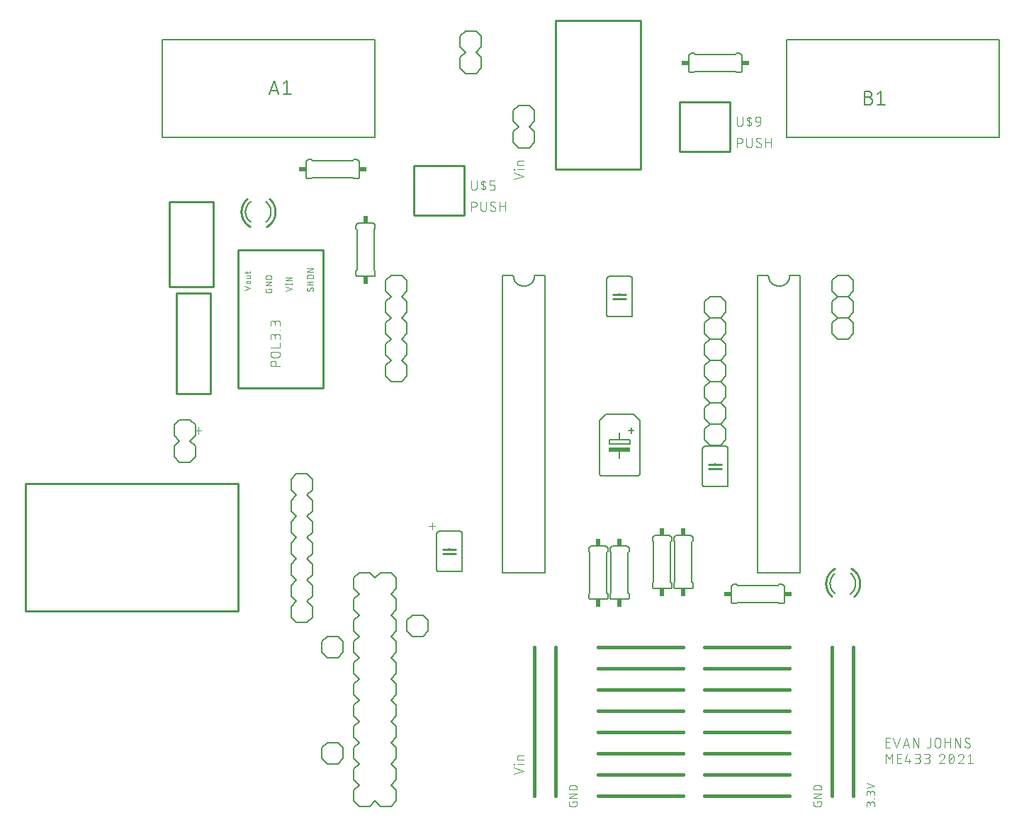
<source format=gto>
G75*
%MOIN*%
%OFA0B0*%
%FSLAX25Y25*%
%IPPOS*%
%LPD*%
%AMOC8*
5,1,8,0,0,1.08239X$1,22.5*
%
%ADD10C,0.00600*%
%ADD11C,0.01600*%
%ADD12C,0.00300*%
%ADD13C,0.00400*%
%ADD14C,0.01000*%
%ADD15C,0.00800*%
%ADD16R,0.10000X0.02000*%
%ADD17R,0.02400X0.03400*%
%ADD18R,0.03400X0.02400*%
D10*
X0195000Y0123300D02*
X0195000Y0140300D01*
X0195002Y0140360D01*
X0195007Y0140421D01*
X0195016Y0140480D01*
X0195029Y0140539D01*
X0195045Y0140598D01*
X0195065Y0140655D01*
X0195088Y0140710D01*
X0195115Y0140765D01*
X0195144Y0140817D01*
X0195177Y0140868D01*
X0195213Y0140917D01*
X0195251Y0140963D01*
X0195293Y0141007D01*
X0195337Y0141049D01*
X0195383Y0141087D01*
X0195432Y0141123D01*
X0195483Y0141156D01*
X0195535Y0141185D01*
X0195590Y0141212D01*
X0195645Y0141235D01*
X0195702Y0141255D01*
X0195761Y0141271D01*
X0195820Y0141284D01*
X0195879Y0141293D01*
X0195940Y0141298D01*
X0196000Y0141300D01*
X0206000Y0141300D01*
X0206060Y0141298D01*
X0206121Y0141293D01*
X0206180Y0141284D01*
X0206239Y0141271D01*
X0206298Y0141255D01*
X0206355Y0141235D01*
X0206410Y0141212D01*
X0206465Y0141185D01*
X0206517Y0141156D01*
X0206568Y0141123D01*
X0206617Y0141087D01*
X0206663Y0141049D01*
X0206707Y0141007D01*
X0206749Y0140963D01*
X0206787Y0140917D01*
X0206823Y0140868D01*
X0206856Y0140817D01*
X0206885Y0140765D01*
X0206912Y0140710D01*
X0206935Y0140655D01*
X0206955Y0140598D01*
X0206971Y0140539D01*
X0206984Y0140480D01*
X0206993Y0140421D01*
X0206998Y0140360D01*
X0207000Y0140300D01*
X0207000Y0123300D01*
X0206998Y0123240D01*
X0206993Y0123179D01*
X0206984Y0123120D01*
X0206971Y0123061D01*
X0206955Y0123002D01*
X0206935Y0122945D01*
X0206912Y0122890D01*
X0206885Y0122835D01*
X0206856Y0122783D01*
X0206823Y0122732D01*
X0206787Y0122683D01*
X0206749Y0122637D01*
X0206707Y0122593D01*
X0206663Y0122551D01*
X0206617Y0122513D01*
X0206568Y0122477D01*
X0206517Y0122444D01*
X0206465Y0122415D01*
X0206410Y0122388D01*
X0206355Y0122365D01*
X0206298Y0122345D01*
X0206239Y0122329D01*
X0206180Y0122316D01*
X0206121Y0122307D01*
X0206060Y0122302D01*
X0206000Y0122300D01*
X0196000Y0122300D01*
X0195940Y0122302D01*
X0195879Y0122307D01*
X0195820Y0122316D01*
X0195761Y0122329D01*
X0195702Y0122345D01*
X0195645Y0122365D01*
X0195590Y0122388D01*
X0195535Y0122415D01*
X0195483Y0122444D01*
X0195432Y0122477D01*
X0195383Y0122513D01*
X0195337Y0122551D01*
X0195293Y0122593D01*
X0195251Y0122637D01*
X0195213Y0122683D01*
X0195177Y0122732D01*
X0195144Y0122783D01*
X0195115Y0122835D01*
X0195088Y0122890D01*
X0195065Y0122945D01*
X0195045Y0123002D01*
X0195029Y0123061D01*
X0195016Y0123120D01*
X0195007Y0123179D01*
X0195002Y0123240D01*
X0195000Y0123300D01*
X0201000Y0130300D02*
X0201000Y0130800D01*
X0201000Y0132800D02*
X0201000Y0133300D01*
X0226000Y0121800D02*
X0226000Y0261300D01*
X0226000Y0261800D02*
X0231000Y0261800D01*
X0231002Y0261660D01*
X0231008Y0261520D01*
X0231018Y0261380D01*
X0231031Y0261240D01*
X0231049Y0261101D01*
X0231071Y0260962D01*
X0231096Y0260825D01*
X0231125Y0260687D01*
X0231158Y0260551D01*
X0231195Y0260416D01*
X0231236Y0260282D01*
X0231281Y0260149D01*
X0231329Y0260017D01*
X0231381Y0259887D01*
X0231436Y0259758D01*
X0231495Y0259631D01*
X0231558Y0259505D01*
X0231624Y0259381D01*
X0231693Y0259260D01*
X0231766Y0259140D01*
X0231843Y0259022D01*
X0231922Y0258907D01*
X0232005Y0258793D01*
X0232091Y0258683D01*
X0232180Y0258574D01*
X0232272Y0258468D01*
X0232367Y0258365D01*
X0232464Y0258264D01*
X0232565Y0258167D01*
X0232668Y0258072D01*
X0232774Y0257980D01*
X0232883Y0257891D01*
X0232993Y0257805D01*
X0233107Y0257722D01*
X0233222Y0257643D01*
X0233340Y0257566D01*
X0233460Y0257493D01*
X0233581Y0257424D01*
X0233705Y0257358D01*
X0233831Y0257295D01*
X0233958Y0257236D01*
X0234087Y0257181D01*
X0234217Y0257129D01*
X0234349Y0257081D01*
X0234482Y0257036D01*
X0234616Y0256995D01*
X0234751Y0256958D01*
X0234887Y0256925D01*
X0235025Y0256896D01*
X0235162Y0256871D01*
X0235301Y0256849D01*
X0235440Y0256831D01*
X0235580Y0256818D01*
X0235720Y0256808D01*
X0235860Y0256802D01*
X0236000Y0256800D01*
X0236140Y0256802D01*
X0236280Y0256808D01*
X0236420Y0256818D01*
X0236560Y0256831D01*
X0236699Y0256849D01*
X0236838Y0256871D01*
X0236975Y0256896D01*
X0237113Y0256925D01*
X0237249Y0256958D01*
X0237384Y0256995D01*
X0237518Y0257036D01*
X0237651Y0257081D01*
X0237783Y0257129D01*
X0237913Y0257181D01*
X0238042Y0257236D01*
X0238169Y0257295D01*
X0238295Y0257358D01*
X0238419Y0257424D01*
X0238540Y0257493D01*
X0238660Y0257566D01*
X0238778Y0257643D01*
X0238893Y0257722D01*
X0239007Y0257805D01*
X0239117Y0257891D01*
X0239226Y0257980D01*
X0239332Y0258072D01*
X0239435Y0258167D01*
X0239536Y0258264D01*
X0239633Y0258365D01*
X0239728Y0258468D01*
X0239820Y0258574D01*
X0239909Y0258683D01*
X0239995Y0258793D01*
X0240078Y0258907D01*
X0240157Y0259022D01*
X0240234Y0259140D01*
X0240307Y0259260D01*
X0240376Y0259381D01*
X0240442Y0259505D01*
X0240505Y0259631D01*
X0240564Y0259758D01*
X0240619Y0259887D01*
X0240671Y0260017D01*
X0240719Y0260149D01*
X0240764Y0260282D01*
X0240805Y0260416D01*
X0240842Y0260551D01*
X0240875Y0260687D01*
X0240904Y0260825D01*
X0240929Y0260962D01*
X0240951Y0261101D01*
X0240969Y0261240D01*
X0240982Y0261380D01*
X0240992Y0261520D01*
X0240998Y0261660D01*
X0241000Y0261800D01*
X0246000Y0261800D01*
X0246000Y0121800D01*
X0226000Y0121800D01*
X0266500Y0111800D02*
X0266500Y0110300D01*
X0266502Y0110240D01*
X0266507Y0110179D01*
X0266516Y0110120D01*
X0266529Y0110061D01*
X0266545Y0110002D01*
X0266565Y0109945D01*
X0266588Y0109890D01*
X0266615Y0109835D01*
X0266644Y0109783D01*
X0266677Y0109732D01*
X0266713Y0109683D01*
X0266751Y0109637D01*
X0266793Y0109593D01*
X0266837Y0109551D01*
X0266883Y0109513D01*
X0266932Y0109477D01*
X0266983Y0109444D01*
X0267035Y0109415D01*
X0267090Y0109388D01*
X0267145Y0109365D01*
X0267202Y0109345D01*
X0267261Y0109329D01*
X0267320Y0109316D01*
X0267379Y0109307D01*
X0267440Y0109302D01*
X0267500Y0109300D01*
X0274500Y0109300D01*
X0274560Y0109302D01*
X0274621Y0109307D01*
X0274680Y0109316D01*
X0274739Y0109329D01*
X0274798Y0109345D01*
X0274855Y0109365D01*
X0274910Y0109388D01*
X0274965Y0109415D01*
X0275017Y0109444D01*
X0275068Y0109477D01*
X0275117Y0109513D01*
X0275163Y0109551D01*
X0275207Y0109593D01*
X0275249Y0109637D01*
X0275287Y0109683D01*
X0275323Y0109732D01*
X0275356Y0109783D01*
X0275385Y0109835D01*
X0275412Y0109890D01*
X0275435Y0109945D01*
X0275455Y0110002D01*
X0275471Y0110061D01*
X0275484Y0110120D01*
X0275493Y0110179D01*
X0275498Y0110240D01*
X0275500Y0110300D01*
X0275500Y0111800D01*
X0275000Y0112300D01*
X0275000Y0131300D01*
X0275500Y0131800D01*
X0275500Y0133300D01*
X0275498Y0133360D01*
X0275493Y0133421D01*
X0275484Y0133480D01*
X0275471Y0133539D01*
X0275455Y0133598D01*
X0275435Y0133655D01*
X0275412Y0133710D01*
X0275385Y0133765D01*
X0275356Y0133817D01*
X0275323Y0133868D01*
X0275287Y0133917D01*
X0275249Y0133963D01*
X0275207Y0134007D01*
X0275163Y0134049D01*
X0275117Y0134087D01*
X0275068Y0134123D01*
X0275017Y0134156D01*
X0274965Y0134185D01*
X0274910Y0134212D01*
X0274855Y0134235D01*
X0274798Y0134255D01*
X0274739Y0134271D01*
X0274680Y0134284D01*
X0274621Y0134293D01*
X0274560Y0134298D01*
X0274500Y0134300D01*
X0267500Y0134300D01*
X0267440Y0134298D01*
X0267379Y0134293D01*
X0267320Y0134284D01*
X0267261Y0134271D01*
X0267202Y0134255D01*
X0267145Y0134235D01*
X0267090Y0134212D01*
X0267035Y0134185D01*
X0266983Y0134156D01*
X0266932Y0134123D01*
X0266883Y0134087D01*
X0266837Y0134049D01*
X0266793Y0134007D01*
X0266751Y0133963D01*
X0266713Y0133917D01*
X0266677Y0133868D01*
X0266644Y0133817D01*
X0266615Y0133765D01*
X0266588Y0133710D01*
X0266565Y0133655D01*
X0266545Y0133598D01*
X0266529Y0133539D01*
X0266516Y0133480D01*
X0266507Y0133421D01*
X0266502Y0133360D01*
X0266500Y0133300D01*
X0266500Y0131800D01*
X0267000Y0131300D01*
X0267000Y0112300D01*
X0266500Y0111800D01*
X0276500Y0111800D02*
X0276500Y0110300D01*
X0276502Y0110240D01*
X0276507Y0110179D01*
X0276516Y0110120D01*
X0276529Y0110061D01*
X0276545Y0110002D01*
X0276565Y0109945D01*
X0276588Y0109890D01*
X0276615Y0109835D01*
X0276644Y0109783D01*
X0276677Y0109732D01*
X0276713Y0109683D01*
X0276751Y0109637D01*
X0276793Y0109593D01*
X0276837Y0109551D01*
X0276883Y0109513D01*
X0276932Y0109477D01*
X0276983Y0109444D01*
X0277035Y0109415D01*
X0277090Y0109388D01*
X0277145Y0109365D01*
X0277202Y0109345D01*
X0277261Y0109329D01*
X0277320Y0109316D01*
X0277379Y0109307D01*
X0277440Y0109302D01*
X0277500Y0109300D01*
X0284500Y0109300D01*
X0284560Y0109302D01*
X0284621Y0109307D01*
X0284680Y0109316D01*
X0284739Y0109329D01*
X0284798Y0109345D01*
X0284855Y0109365D01*
X0284910Y0109388D01*
X0284965Y0109415D01*
X0285017Y0109444D01*
X0285068Y0109477D01*
X0285117Y0109513D01*
X0285163Y0109551D01*
X0285207Y0109593D01*
X0285249Y0109637D01*
X0285287Y0109683D01*
X0285323Y0109732D01*
X0285356Y0109783D01*
X0285385Y0109835D01*
X0285412Y0109890D01*
X0285435Y0109945D01*
X0285455Y0110002D01*
X0285471Y0110061D01*
X0285484Y0110120D01*
X0285493Y0110179D01*
X0285498Y0110240D01*
X0285500Y0110300D01*
X0285500Y0111800D01*
X0285000Y0112300D01*
X0285000Y0131300D01*
X0285500Y0131800D01*
X0285500Y0133300D01*
X0285498Y0133360D01*
X0285493Y0133421D01*
X0285484Y0133480D01*
X0285471Y0133539D01*
X0285455Y0133598D01*
X0285435Y0133655D01*
X0285412Y0133710D01*
X0285385Y0133765D01*
X0285356Y0133817D01*
X0285323Y0133868D01*
X0285287Y0133917D01*
X0285249Y0133963D01*
X0285207Y0134007D01*
X0285163Y0134049D01*
X0285117Y0134087D01*
X0285068Y0134123D01*
X0285017Y0134156D01*
X0284965Y0134185D01*
X0284910Y0134212D01*
X0284855Y0134235D01*
X0284798Y0134255D01*
X0284739Y0134271D01*
X0284680Y0134284D01*
X0284621Y0134293D01*
X0284560Y0134298D01*
X0284500Y0134300D01*
X0277500Y0134300D01*
X0277440Y0134298D01*
X0277379Y0134293D01*
X0277320Y0134284D01*
X0277261Y0134271D01*
X0277202Y0134255D01*
X0277145Y0134235D01*
X0277090Y0134212D01*
X0277035Y0134185D01*
X0276983Y0134156D01*
X0276932Y0134123D01*
X0276883Y0134087D01*
X0276837Y0134049D01*
X0276793Y0134007D01*
X0276751Y0133963D01*
X0276713Y0133917D01*
X0276677Y0133868D01*
X0276644Y0133817D01*
X0276615Y0133765D01*
X0276588Y0133710D01*
X0276565Y0133655D01*
X0276545Y0133598D01*
X0276529Y0133539D01*
X0276516Y0133480D01*
X0276507Y0133421D01*
X0276502Y0133360D01*
X0276500Y0133300D01*
X0276500Y0131800D01*
X0277000Y0131300D01*
X0277000Y0112300D01*
X0276500Y0111800D01*
X0296500Y0115300D02*
X0296500Y0116800D01*
X0297000Y0117300D01*
X0297000Y0136300D01*
X0296500Y0136800D01*
X0296500Y0138300D01*
X0296502Y0138360D01*
X0296507Y0138421D01*
X0296516Y0138480D01*
X0296529Y0138539D01*
X0296545Y0138598D01*
X0296565Y0138655D01*
X0296588Y0138710D01*
X0296615Y0138765D01*
X0296644Y0138817D01*
X0296677Y0138868D01*
X0296713Y0138917D01*
X0296751Y0138963D01*
X0296793Y0139007D01*
X0296837Y0139049D01*
X0296883Y0139087D01*
X0296932Y0139123D01*
X0296983Y0139156D01*
X0297035Y0139185D01*
X0297090Y0139212D01*
X0297145Y0139235D01*
X0297202Y0139255D01*
X0297261Y0139271D01*
X0297320Y0139284D01*
X0297379Y0139293D01*
X0297440Y0139298D01*
X0297500Y0139300D01*
X0304500Y0139300D01*
X0304560Y0139298D01*
X0304621Y0139293D01*
X0304680Y0139284D01*
X0304739Y0139271D01*
X0304798Y0139255D01*
X0304855Y0139235D01*
X0304910Y0139212D01*
X0304965Y0139185D01*
X0305017Y0139156D01*
X0305068Y0139123D01*
X0305117Y0139087D01*
X0305163Y0139049D01*
X0305207Y0139007D01*
X0305249Y0138963D01*
X0305287Y0138917D01*
X0305323Y0138868D01*
X0305356Y0138817D01*
X0305385Y0138765D01*
X0305412Y0138710D01*
X0305435Y0138655D01*
X0305455Y0138598D01*
X0305471Y0138539D01*
X0305484Y0138480D01*
X0305493Y0138421D01*
X0305498Y0138360D01*
X0305500Y0138300D01*
X0305500Y0136800D01*
X0305000Y0136300D01*
X0305000Y0117300D01*
X0305500Y0116800D01*
X0305500Y0115300D01*
X0306500Y0115300D02*
X0306500Y0116800D01*
X0307000Y0117300D01*
X0307000Y0136300D01*
X0306500Y0136800D01*
X0306500Y0138300D01*
X0306502Y0138360D01*
X0306507Y0138421D01*
X0306516Y0138480D01*
X0306529Y0138539D01*
X0306545Y0138598D01*
X0306565Y0138655D01*
X0306588Y0138710D01*
X0306615Y0138765D01*
X0306644Y0138817D01*
X0306677Y0138868D01*
X0306713Y0138917D01*
X0306751Y0138963D01*
X0306793Y0139007D01*
X0306837Y0139049D01*
X0306883Y0139087D01*
X0306932Y0139123D01*
X0306983Y0139156D01*
X0307035Y0139185D01*
X0307090Y0139212D01*
X0307145Y0139235D01*
X0307202Y0139255D01*
X0307261Y0139271D01*
X0307320Y0139284D01*
X0307379Y0139293D01*
X0307440Y0139298D01*
X0307500Y0139300D01*
X0314500Y0139300D01*
X0314560Y0139298D01*
X0314621Y0139293D01*
X0314680Y0139284D01*
X0314739Y0139271D01*
X0314798Y0139255D01*
X0314855Y0139235D01*
X0314910Y0139212D01*
X0314965Y0139185D01*
X0315017Y0139156D01*
X0315068Y0139123D01*
X0315117Y0139087D01*
X0315163Y0139049D01*
X0315207Y0139007D01*
X0315249Y0138963D01*
X0315287Y0138917D01*
X0315323Y0138868D01*
X0315356Y0138817D01*
X0315385Y0138765D01*
X0315412Y0138710D01*
X0315435Y0138655D01*
X0315455Y0138598D01*
X0315471Y0138539D01*
X0315484Y0138480D01*
X0315493Y0138421D01*
X0315498Y0138360D01*
X0315500Y0138300D01*
X0315500Y0136800D01*
X0315000Y0136300D01*
X0315000Y0117300D01*
X0315500Y0116800D01*
X0315500Y0115300D01*
X0315498Y0115240D01*
X0315493Y0115179D01*
X0315484Y0115120D01*
X0315471Y0115061D01*
X0315455Y0115002D01*
X0315435Y0114945D01*
X0315412Y0114890D01*
X0315385Y0114835D01*
X0315356Y0114783D01*
X0315323Y0114732D01*
X0315287Y0114683D01*
X0315249Y0114637D01*
X0315207Y0114593D01*
X0315163Y0114551D01*
X0315117Y0114513D01*
X0315068Y0114477D01*
X0315017Y0114444D01*
X0314965Y0114415D01*
X0314910Y0114388D01*
X0314855Y0114365D01*
X0314798Y0114345D01*
X0314739Y0114329D01*
X0314680Y0114316D01*
X0314621Y0114307D01*
X0314560Y0114302D01*
X0314500Y0114300D01*
X0307500Y0114300D01*
X0307440Y0114302D01*
X0307379Y0114307D01*
X0307320Y0114316D01*
X0307261Y0114329D01*
X0307202Y0114345D01*
X0307145Y0114365D01*
X0307090Y0114388D01*
X0307035Y0114415D01*
X0306983Y0114444D01*
X0306932Y0114477D01*
X0306883Y0114513D01*
X0306837Y0114551D01*
X0306793Y0114593D01*
X0306751Y0114637D01*
X0306713Y0114683D01*
X0306677Y0114732D01*
X0306644Y0114783D01*
X0306615Y0114835D01*
X0306588Y0114890D01*
X0306565Y0114945D01*
X0306545Y0115002D01*
X0306529Y0115061D01*
X0306516Y0115120D01*
X0306507Y0115179D01*
X0306502Y0115240D01*
X0306500Y0115300D01*
X0305500Y0115300D02*
X0305498Y0115240D01*
X0305493Y0115179D01*
X0305484Y0115120D01*
X0305471Y0115061D01*
X0305455Y0115002D01*
X0305435Y0114945D01*
X0305412Y0114890D01*
X0305385Y0114835D01*
X0305356Y0114783D01*
X0305323Y0114732D01*
X0305287Y0114683D01*
X0305249Y0114637D01*
X0305207Y0114593D01*
X0305163Y0114551D01*
X0305117Y0114513D01*
X0305068Y0114477D01*
X0305017Y0114444D01*
X0304965Y0114415D01*
X0304910Y0114388D01*
X0304855Y0114365D01*
X0304798Y0114345D01*
X0304739Y0114329D01*
X0304680Y0114316D01*
X0304621Y0114307D01*
X0304560Y0114302D01*
X0304500Y0114300D01*
X0297500Y0114300D01*
X0297440Y0114302D01*
X0297379Y0114307D01*
X0297320Y0114316D01*
X0297261Y0114329D01*
X0297202Y0114345D01*
X0297145Y0114365D01*
X0297090Y0114388D01*
X0297035Y0114415D01*
X0296983Y0114444D01*
X0296932Y0114477D01*
X0296883Y0114513D01*
X0296837Y0114551D01*
X0296793Y0114593D01*
X0296751Y0114637D01*
X0296713Y0114683D01*
X0296677Y0114732D01*
X0296644Y0114783D01*
X0296615Y0114835D01*
X0296588Y0114890D01*
X0296565Y0114945D01*
X0296545Y0115002D01*
X0296529Y0115061D01*
X0296516Y0115120D01*
X0296507Y0115179D01*
X0296502Y0115240D01*
X0296500Y0115300D01*
X0333500Y0115300D02*
X0333500Y0108300D01*
X0333502Y0108240D01*
X0333507Y0108179D01*
X0333516Y0108120D01*
X0333529Y0108061D01*
X0333545Y0108002D01*
X0333565Y0107945D01*
X0333588Y0107890D01*
X0333615Y0107835D01*
X0333644Y0107783D01*
X0333677Y0107732D01*
X0333713Y0107683D01*
X0333751Y0107637D01*
X0333793Y0107593D01*
X0333837Y0107551D01*
X0333883Y0107513D01*
X0333932Y0107477D01*
X0333983Y0107444D01*
X0334035Y0107415D01*
X0334090Y0107388D01*
X0334145Y0107365D01*
X0334202Y0107345D01*
X0334261Y0107329D01*
X0334320Y0107316D01*
X0334379Y0107307D01*
X0334440Y0107302D01*
X0334500Y0107300D01*
X0336000Y0107300D01*
X0336500Y0107800D01*
X0355500Y0107800D01*
X0356000Y0107300D01*
X0357500Y0107300D01*
X0357560Y0107302D01*
X0357621Y0107307D01*
X0357680Y0107316D01*
X0357739Y0107329D01*
X0357798Y0107345D01*
X0357855Y0107365D01*
X0357910Y0107388D01*
X0357965Y0107415D01*
X0358017Y0107444D01*
X0358068Y0107477D01*
X0358117Y0107513D01*
X0358163Y0107551D01*
X0358207Y0107593D01*
X0358249Y0107637D01*
X0358287Y0107683D01*
X0358323Y0107732D01*
X0358356Y0107783D01*
X0358385Y0107835D01*
X0358412Y0107890D01*
X0358435Y0107945D01*
X0358455Y0108002D01*
X0358471Y0108061D01*
X0358484Y0108120D01*
X0358493Y0108179D01*
X0358498Y0108240D01*
X0358500Y0108300D01*
X0358500Y0115300D01*
X0358498Y0115360D01*
X0358493Y0115421D01*
X0358484Y0115480D01*
X0358471Y0115539D01*
X0358455Y0115598D01*
X0358435Y0115655D01*
X0358412Y0115710D01*
X0358385Y0115765D01*
X0358356Y0115817D01*
X0358323Y0115868D01*
X0358287Y0115917D01*
X0358249Y0115963D01*
X0358207Y0116007D01*
X0358163Y0116049D01*
X0358117Y0116087D01*
X0358068Y0116123D01*
X0358017Y0116156D01*
X0357965Y0116185D01*
X0357910Y0116212D01*
X0357855Y0116235D01*
X0357798Y0116255D01*
X0357739Y0116271D01*
X0357680Y0116284D01*
X0357621Y0116293D01*
X0357560Y0116298D01*
X0357500Y0116300D01*
X0356000Y0116300D01*
X0355500Y0115800D01*
X0336500Y0115800D01*
X0336000Y0116300D01*
X0334500Y0116300D01*
X0334440Y0116298D01*
X0334379Y0116293D01*
X0334320Y0116284D01*
X0334261Y0116271D01*
X0334202Y0116255D01*
X0334145Y0116235D01*
X0334090Y0116212D01*
X0334035Y0116185D01*
X0333983Y0116156D01*
X0333932Y0116123D01*
X0333883Y0116087D01*
X0333837Y0116049D01*
X0333793Y0116007D01*
X0333751Y0115963D01*
X0333713Y0115917D01*
X0333677Y0115868D01*
X0333644Y0115817D01*
X0333615Y0115765D01*
X0333588Y0115710D01*
X0333565Y0115655D01*
X0333545Y0115598D01*
X0333529Y0115539D01*
X0333516Y0115480D01*
X0333507Y0115421D01*
X0333502Y0115360D01*
X0333500Y0115300D01*
X0346000Y0121800D02*
X0346000Y0261300D01*
X0346000Y0261800D02*
X0351000Y0261800D01*
X0351002Y0261660D01*
X0351008Y0261520D01*
X0351018Y0261380D01*
X0351031Y0261240D01*
X0351049Y0261101D01*
X0351071Y0260962D01*
X0351096Y0260825D01*
X0351125Y0260687D01*
X0351158Y0260551D01*
X0351195Y0260416D01*
X0351236Y0260282D01*
X0351281Y0260149D01*
X0351329Y0260017D01*
X0351381Y0259887D01*
X0351436Y0259758D01*
X0351495Y0259631D01*
X0351558Y0259505D01*
X0351624Y0259381D01*
X0351693Y0259260D01*
X0351766Y0259140D01*
X0351843Y0259022D01*
X0351922Y0258907D01*
X0352005Y0258793D01*
X0352091Y0258683D01*
X0352180Y0258574D01*
X0352272Y0258468D01*
X0352367Y0258365D01*
X0352464Y0258264D01*
X0352565Y0258167D01*
X0352668Y0258072D01*
X0352774Y0257980D01*
X0352883Y0257891D01*
X0352993Y0257805D01*
X0353107Y0257722D01*
X0353222Y0257643D01*
X0353340Y0257566D01*
X0353460Y0257493D01*
X0353581Y0257424D01*
X0353705Y0257358D01*
X0353831Y0257295D01*
X0353958Y0257236D01*
X0354087Y0257181D01*
X0354217Y0257129D01*
X0354349Y0257081D01*
X0354482Y0257036D01*
X0354616Y0256995D01*
X0354751Y0256958D01*
X0354887Y0256925D01*
X0355025Y0256896D01*
X0355162Y0256871D01*
X0355301Y0256849D01*
X0355440Y0256831D01*
X0355580Y0256818D01*
X0355720Y0256808D01*
X0355860Y0256802D01*
X0356000Y0256800D01*
X0356140Y0256802D01*
X0356280Y0256808D01*
X0356420Y0256818D01*
X0356560Y0256831D01*
X0356699Y0256849D01*
X0356838Y0256871D01*
X0356975Y0256896D01*
X0357113Y0256925D01*
X0357249Y0256958D01*
X0357384Y0256995D01*
X0357518Y0257036D01*
X0357651Y0257081D01*
X0357783Y0257129D01*
X0357913Y0257181D01*
X0358042Y0257236D01*
X0358169Y0257295D01*
X0358295Y0257358D01*
X0358419Y0257424D01*
X0358540Y0257493D01*
X0358660Y0257566D01*
X0358778Y0257643D01*
X0358893Y0257722D01*
X0359007Y0257805D01*
X0359117Y0257891D01*
X0359226Y0257980D01*
X0359332Y0258072D01*
X0359435Y0258167D01*
X0359536Y0258264D01*
X0359633Y0258365D01*
X0359728Y0258468D01*
X0359820Y0258574D01*
X0359909Y0258683D01*
X0359995Y0258793D01*
X0360078Y0258907D01*
X0360157Y0259022D01*
X0360234Y0259140D01*
X0360307Y0259260D01*
X0360376Y0259381D01*
X0360442Y0259505D01*
X0360505Y0259631D01*
X0360564Y0259758D01*
X0360619Y0259887D01*
X0360671Y0260017D01*
X0360719Y0260149D01*
X0360764Y0260282D01*
X0360805Y0260416D01*
X0360842Y0260551D01*
X0360875Y0260687D01*
X0360904Y0260825D01*
X0360929Y0260962D01*
X0360951Y0261101D01*
X0360969Y0261240D01*
X0360982Y0261380D01*
X0360992Y0261520D01*
X0360998Y0261660D01*
X0361000Y0261800D01*
X0366000Y0261800D01*
X0366000Y0121800D01*
X0346000Y0121800D01*
X0389487Y0111918D02*
X0389612Y0112009D01*
X0389734Y0112103D01*
X0389853Y0112201D01*
X0389970Y0112301D01*
X0390084Y0112405D01*
X0390196Y0112511D01*
X0390304Y0112620D01*
X0390410Y0112732D01*
X0390513Y0112847D01*
X0390613Y0112964D01*
X0390711Y0113084D01*
X0390804Y0113206D01*
X0390895Y0113330D01*
X0390983Y0113457D01*
X0391067Y0113586D01*
X0391148Y0113718D01*
X0391225Y0113851D01*
X0391299Y0113986D01*
X0391370Y0114123D01*
X0391437Y0114262D01*
X0391500Y0114402D01*
X0391560Y0114545D01*
X0391616Y0114688D01*
X0391668Y0114833D01*
X0391717Y0114979D01*
X0391762Y0115127D01*
X0391803Y0115275D01*
X0391840Y0115425D01*
X0391874Y0115575D01*
X0391903Y0115727D01*
X0391929Y0115879D01*
X0391951Y0116031D01*
X0391968Y0116184D01*
X0391982Y0116338D01*
X0391992Y0116492D01*
X0391998Y0116646D01*
X0392000Y0116800D01*
X0382317Y0121536D02*
X0382198Y0121442D01*
X0382082Y0121344D01*
X0381968Y0121244D01*
X0381857Y0121140D01*
X0381749Y0121034D01*
X0381643Y0120926D01*
X0381541Y0120814D01*
X0381441Y0120700D01*
X0381343Y0120584D01*
X0381249Y0120465D01*
X0381158Y0120344D01*
X0381070Y0120220D01*
X0380985Y0120094D01*
X0380904Y0119967D01*
X0380825Y0119837D01*
X0380750Y0119705D01*
X0380679Y0119572D01*
X0380610Y0119436D01*
X0380545Y0119299D01*
X0380484Y0119161D01*
X0380426Y0119020D01*
X0380372Y0118879D01*
X0380321Y0118736D01*
X0380274Y0118592D01*
X0380230Y0118447D01*
X0380191Y0118300D01*
X0380155Y0118153D01*
X0380122Y0118005D01*
X0380094Y0117856D01*
X0380069Y0117706D01*
X0380048Y0117556D01*
X0380031Y0117406D01*
X0380017Y0117254D01*
X0380008Y0117103D01*
X0380002Y0116952D01*
X0380000Y0116800D01*
X0389600Y0121600D02*
X0389719Y0121508D01*
X0389836Y0121414D01*
X0389950Y0121316D01*
X0390062Y0121216D01*
X0390172Y0121112D01*
X0390278Y0121007D01*
X0390383Y0120898D01*
X0390484Y0120787D01*
X0390582Y0120673D01*
X0390678Y0120557D01*
X0390771Y0120439D01*
X0390860Y0120318D01*
X0390947Y0120195D01*
X0391030Y0120070D01*
X0391111Y0119943D01*
X0391188Y0119814D01*
X0391262Y0119683D01*
X0391333Y0119550D01*
X0391400Y0119416D01*
X0391464Y0119280D01*
X0391524Y0119142D01*
X0391581Y0119003D01*
X0391634Y0118862D01*
X0391684Y0118720D01*
X0391731Y0118577D01*
X0391773Y0118433D01*
X0391813Y0118288D01*
X0391848Y0118142D01*
X0391880Y0117995D01*
X0391908Y0117847D01*
X0391932Y0117699D01*
X0391953Y0117550D01*
X0391970Y0117400D01*
X0391983Y0117251D01*
X0391992Y0117101D01*
X0391998Y0116950D01*
X0392000Y0116800D01*
X0382317Y0112064D02*
X0382198Y0112158D01*
X0382082Y0112256D01*
X0381968Y0112356D01*
X0381857Y0112460D01*
X0381749Y0112566D01*
X0381643Y0112674D01*
X0381541Y0112786D01*
X0381441Y0112900D01*
X0381343Y0113016D01*
X0381249Y0113135D01*
X0381158Y0113256D01*
X0381070Y0113380D01*
X0380985Y0113506D01*
X0380904Y0113633D01*
X0380825Y0113763D01*
X0380750Y0113895D01*
X0380679Y0114028D01*
X0380610Y0114164D01*
X0380545Y0114301D01*
X0380484Y0114439D01*
X0380426Y0114580D01*
X0380372Y0114721D01*
X0380321Y0114864D01*
X0380274Y0115008D01*
X0380230Y0115153D01*
X0380191Y0115300D01*
X0380155Y0115447D01*
X0380122Y0115595D01*
X0380094Y0115744D01*
X0380069Y0115894D01*
X0380048Y0116044D01*
X0380031Y0116194D01*
X0380017Y0116346D01*
X0380008Y0116497D01*
X0380002Y0116648D01*
X0380000Y0116800D01*
X0331000Y0162300D02*
X0321000Y0162300D01*
X0320940Y0162302D01*
X0320879Y0162307D01*
X0320820Y0162316D01*
X0320761Y0162329D01*
X0320702Y0162345D01*
X0320645Y0162365D01*
X0320590Y0162388D01*
X0320535Y0162415D01*
X0320483Y0162444D01*
X0320432Y0162477D01*
X0320383Y0162513D01*
X0320337Y0162551D01*
X0320293Y0162593D01*
X0320251Y0162637D01*
X0320213Y0162683D01*
X0320177Y0162732D01*
X0320144Y0162783D01*
X0320115Y0162835D01*
X0320088Y0162890D01*
X0320065Y0162945D01*
X0320045Y0163002D01*
X0320029Y0163061D01*
X0320016Y0163120D01*
X0320007Y0163179D01*
X0320002Y0163240D01*
X0320000Y0163300D01*
X0320000Y0180300D01*
X0320002Y0180360D01*
X0320007Y0180421D01*
X0320016Y0180480D01*
X0320029Y0180539D01*
X0320045Y0180598D01*
X0320065Y0180655D01*
X0320088Y0180710D01*
X0320115Y0180765D01*
X0320144Y0180817D01*
X0320177Y0180868D01*
X0320213Y0180917D01*
X0320251Y0180963D01*
X0320293Y0181007D01*
X0320337Y0181049D01*
X0320383Y0181087D01*
X0320432Y0181123D01*
X0320483Y0181156D01*
X0320535Y0181185D01*
X0320590Y0181212D01*
X0320645Y0181235D01*
X0320702Y0181255D01*
X0320761Y0181271D01*
X0320820Y0181284D01*
X0320879Y0181293D01*
X0320940Y0181298D01*
X0321000Y0181300D01*
X0331000Y0181300D01*
X0331060Y0181298D01*
X0331121Y0181293D01*
X0331180Y0181284D01*
X0331239Y0181271D01*
X0331298Y0181255D01*
X0331355Y0181235D01*
X0331410Y0181212D01*
X0331465Y0181185D01*
X0331517Y0181156D01*
X0331568Y0181123D01*
X0331617Y0181087D01*
X0331663Y0181049D01*
X0331707Y0181007D01*
X0331749Y0180963D01*
X0331787Y0180917D01*
X0331823Y0180868D01*
X0331856Y0180817D01*
X0331885Y0180765D01*
X0331912Y0180710D01*
X0331935Y0180655D01*
X0331955Y0180598D01*
X0331971Y0180539D01*
X0331984Y0180480D01*
X0331993Y0180421D01*
X0331998Y0180360D01*
X0332000Y0180300D01*
X0332000Y0163300D01*
X0331998Y0163240D01*
X0331993Y0163179D01*
X0331984Y0163120D01*
X0331971Y0163061D01*
X0331955Y0163002D01*
X0331935Y0162945D01*
X0331912Y0162890D01*
X0331885Y0162835D01*
X0331856Y0162783D01*
X0331823Y0162732D01*
X0331787Y0162683D01*
X0331749Y0162637D01*
X0331707Y0162593D01*
X0331663Y0162551D01*
X0331617Y0162513D01*
X0331568Y0162477D01*
X0331517Y0162444D01*
X0331465Y0162415D01*
X0331410Y0162388D01*
X0331355Y0162365D01*
X0331298Y0162345D01*
X0331239Y0162329D01*
X0331180Y0162316D01*
X0331121Y0162307D01*
X0331060Y0162302D01*
X0331000Y0162300D01*
X0326000Y0170300D02*
X0326000Y0170800D01*
X0326000Y0172800D02*
X0326000Y0173300D01*
X0290500Y0168800D02*
X0290500Y0193300D01*
X0287500Y0196300D01*
X0274500Y0196300D01*
X0271500Y0193300D01*
X0271500Y0168800D01*
X0271502Y0168724D01*
X0271508Y0168648D01*
X0271517Y0168573D01*
X0271531Y0168498D01*
X0271548Y0168424D01*
X0271569Y0168351D01*
X0271593Y0168279D01*
X0271622Y0168208D01*
X0271653Y0168139D01*
X0271688Y0168072D01*
X0271727Y0168007D01*
X0271769Y0167943D01*
X0271814Y0167882D01*
X0271862Y0167823D01*
X0271913Y0167767D01*
X0271967Y0167713D01*
X0272023Y0167662D01*
X0272082Y0167614D01*
X0272143Y0167569D01*
X0272207Y0167527D01*
X0272272Y0167488D01*
X0272339Y0167453D01*
X0272408Y0167422D01*
X0272479Y0167393D01*
X0272551Y0167369D01*
X0272624Y0167348D01*
X0272698Y0167331D01*
X0272773Y0167317D01*
X0272848Y0167308D01*
X0272924Y0167302D01*
X0273000Y0167300D01*
X0289000Y0167300D01*
X0289076Y0167302D01*
X0289152Y0167308D01*
X0289227Y0167317D01*
X0289302Y0167331D01*
X0289376Y0167348D01*
X0289449Y0167369D01*
X0289521Y0167393D01*
X0289592Y0167422D01*
X0289661Y0167453D01*
X0289728Y0167488D01*
X0289793Y0167527D01*
X0289857Y0167569D01*
X0289918Y0167614D01*
X0289977Y0167662D01*
X0290033Y0167713D01*
X0290087Y0167767D01*
X0290138Y0167823D01*
X0290186Y0167882D01*
X0290231Y0167943D01*
X0290273Y0168007D01*
X0290312Y0168072D01*
X0290347Y0168139D01*
X0290378Y0168208D01*
X0290407Y0168279D01*
X0290431Y0168351D01*
X0290452Y0168424D01*
X0290469Y0168498D01*
X0290483Y0168573D01*
X0290492Y0168648D01*
X0290498Y0168724D01*
X0290500Y0168800D01*
X0281000Y0175800D02*
X0281000Y0179300D01*
X0281000Y0184300D02*
X0276200Y0184300D01*
X0276200Y0182300D01*
X0285800Y0182300D01*
X0285800Y0184300D01*
X0281000Y0184300D01*
X0281000Y0187800D01*
X0285100Y0188800D02*
X0287600Y0188800D01*
X0286400Y0187500D02*
X0286400Y0190100D01*
X0286000Y0242300D02*
X0276000Y0242300D01*
X0275940Y0242302D01*
X0275879Y0242307D01*
X0275820Y0242316D01*
X0275761Y0242329D01*
X0275702Y0242345D01*
X0275645Y0242365D01*
X0275590Y0242388D01*
X0275535Y0242415D01*
X0275483Y0242444D01*
X0275432Y0242477D01*
X0275383Y0242513D01*
X0275337Y0242551D01*
X0275293Y0242593D01*
X0275251Y0242637D01*
X0275213Y0242683D01*
X0275177Y0242732D01*
X0275144Y0242783D01*
X0275115Y0242835D01*
X0275088Y0242890D01*
X0275065Y0242945D01*
X0275045Y0243002D01*
X0275029Y0243061D01*
X0275016Y0243120D01*
X0275007Y0243179D01*
X0275002Y0243240D01*
X0275000Y0243300D01*
X0275000Y0260300D01*
X0275002Y0260360D01*
X0275007Y0260421D01*
X0275016Y0260480D01*
X0275029Y0260539D01*
X0275045Y0260598D01*
X0275065Y0260655D01*
X0275088Y0260710D01*
X0275115Y0260765D01*
X0275144Y0260817D01*
X0275177Y0260868D01*
X0275213Y0260917D01*
X0275251Y0260963D01*
X0275293Y0261007D01*
X0275337Y0261049D01*
X0275383Y0261087D01*
X0275432Y0261123D01*
X0275483Y0261156D01*
X0275535Y0261185D01*
X0275590Y0261212D01*
X0275645Y0261235D01*
X0275702Y0261255D01*
X0275761Y0261271D01*
X0275820Y0261284D01*
X0275879Y0261293D01*
X0275940Y0261298D01*
X0276000Y0261300D01*
X0286000Y0261300D01*
X0286060Y0261298D01*
X0286121Y0261293D01*
X0286180Y0261284D01*
X0286239Y0261271D01*
X0286298Y0261255D01*
X0286355Y0261235D01*
X0286410Y0261212D01*
X0286465Y0261185D01*
X0286517Y0261156D01*
X0286568Y0261123D01*
X0286617Y0261087D01*
X0286663Y0261049D01*
X0286707Y0261007D01*
X0286749Y0260963D01*
X0286787Y0260917D01*
X0286823Y0260868D01*
X0286856Y0260817D01*
X0286885Y0260765D01*
X0286912Y0260710D01*
X0286935Y0260655D01*
X0286955Y0260598D01*
X0286971Y0260539D01*
X0286984Y0260480D01*
X0286993Y0260421D01*
X0286998Y0260360D01*
X0287000Y0260300D01*
X0287000Y0243300D01*
X0286998Y0243240D01*
X0286993Y0243179D01*
X0286984Y0243120D01*
X0286971Y0243061D01*
X0286955Y0243002D01*
X0286935Y0242945D01*
X0286912Y0242890D01*
X0286885Y0242835D01*
X0286856Y0242783D01*
X0286823Y0242732D01*
X0286787Y0242683D01*
X0286749Y0242637D01*
X0286707Y0242593D01*
X0286663Y0242551D01*
X0286617Y0242513D01*
X0286568Y0242477D01*
X0286517Y0242444D01*
X0286465Y0242415D01*
X0286410Y0242388D01*
X0286355Y0242365D01*
X0286298Y0242345D01*
X0286239Y0242329D01*
X0286180Y0242316D01*
X0286121Y0242307D01*
X0286060Y0242302D01*
X0286000Y0242300D01*
X0281000Y0250300D02*
X0281000Y0250800D01*
X0281000Y0252800D02*
X0281000Y0253300D01*
X0359500Y0326800D02*
X0459500Y0326800D01*
X0459500Y0372800D01*
X0359500Y0372800D01*
X0359500Y0326800D01*
X0337500Y0357300D02*
X0336000Y0357300D01*
X0335500Y0357800D01*
X0316500Y0357800D01*
X0316000Y0357300D01*
X0314500Y0357300D01*
X0314440Y0357302D01*
X0314379Y0357307D01*
X0314320Y0357316D01*
X0314261Y0357329D01*
X0314202Y0357345D01*
X0314145Y0357365D01*
X0314090Y0357388D01*
X0314035Y0357415D01*
X0313983Y0357444D01*
X0313932Y0357477D01*
X0313883Y0357513D01*
X0313837Y0357551D01*
X0313793Y0357593D01*
X0313751Y0357637D01*
X0313713Y0357683D01*
X0313677Y0357732D01*
X0313644Y0357783D01*
X0313615Y0357835D01*
X0313588Y0357890D01*
X0313565Y0357945D01*
X0313545Y0358002D01*
X0313529Y0358061D01*
X0313516Y0358120D01*
X0313507Y0358179D01*
X0313502Y0358240D01*
X0313500Y0358300D01*
X0313500Y0365300D01*
X0313502Y0365360D01*
X0313507Y0365421D01*
X0313516Y0365480D01*
X0313529Y0365539D01*
X0313545Y0365598D01*
X0313565Y0365655D01*
X0313588Y0365710D01*
X0313615Y0365765D01*
X0313644Y0365817D01*
X0313677Y0365868D01*
X0313713Y0365917D01*
X0313751Y0365963D01*
X0313793Y0366007D01*
X0313837Y0366049D01*
X0313883Y0366087D01*
X0313932Y0366123D01*
X0313983Y0366156D01*
X0314035Y0366185D01*
X0314090Y0366212D01*
X0314145Y0366235D01*
X0314202Y0366255D01*
X0314261Y0366271D01*
X0314320Y0366284D01*
X0314379Y0366293D01*
X0314440Y0366298D01*
X0314500Y0366300D01*
X0316000Y0366300D01*
X0316500Y0365800D01*
X0335500Y0365800D01*
X0336000Y0366300D01*
X0337500Y0366300D01*
X0337560Y0366298D01*
X0337621Y0366293D01*
X0337680Y0366284D01*
X0337739Y0366271D01*
X0337798Y0366255D01*
X0337855Y0366235D01*
X0337910Y0366212D01*
X0337965Y0366185D01*
X0338017Y0366156D01*
X0338068Y0366123D01*
X0338117Y0366087D01*
X0338163Y0366049D01*
X0338207Y0366007D01*
X0338249Y0365963D01*
X0338287Y0365917D01*
X0338323Y0365868D01*
X0338356Y0365817D01*
X0338385Y0365765D01*
X0338412Y0365710D01*
X0338435Y0365655D01*
X0338455Y0365598D01*
X0338471Y0365539D01*
X0338484Y0365480D01*
X0338493Y0365421D01*
X0338498Y0365360D01*
X0338500Y0365300D01*
X0338500Y0358300D01*
X0338498Y0358240D01*
X0338493Y0358179D01*
X0338484Y0358120D01*
X0338471Y0358061D01*
X0338455Y0358002D01*
X0338435Y0357945D01*
X0338412Y0357890D01*
X0338385Y0357835D01*
X0338356Y0357783D01*
X0338323Y0357732D01*
X0338287Y0357683D01*
X0338249Y0357637D01*
X0338207Y0357593D01*
X0338163Y0357551D01*
X0338117Y0357513D01*
X0338068Y0357477D01*
X0338017Y0357444D01*
X0337965Y0357415D01*
X0337910Y0357388D01*
X0337855Y0357365D01*
X0337798Y0357345D01*
X0337739Y0357329D01*
X0337680Y0357316D01*
X0337621Y0357307D01*
X0337560Y0357302D01*
X0337500Y0357300D01*
X0396300Y0348500D02*
X0396300Y0342100D01*
X0398078Y0342100D01*
X0398161Y0342102D01*
X0398244Y0342108D01*
X0398327Y0342118D01*
X0398410Y0342131D01*
X0398491Y0342149D01*
X0398572Y0342170D01*
X0398651Y0342195D01*
X0398729Y0342224D01*
X0398806Y0342256D01*
X0398881Y0342292D01*
X0398955Y0342331D01*
X0399026Y0342374D01*
X0399096Y0342420D01*
X0399163Y0342470D01*
X0399228Y0342522D01*
X0399290Y0342577D01*
X0399350Y0342636D01*
X0399407Y0342697D01*
X0399461Y0342760D01*
X0399512Y0342826D01*
X0399559Y0342895D01*
X0399604Y0342965D01*
X0399645Y0343038D01*
X0399682Y0343112D01*
X0399717Y0343188D01*
X0399747Y0343266D01*
X0399774Y0343344D01*
X0399797Y0343425D01*
X0399817Y0343506D01*
X0399832Y0343588D01*
X0399844Y0343670D01*
X0399852Y0343753D01*
X0399856Y0343836D01*
X0399856Y0343920D01*
X0399852Y0344003D01*
X0399844Y0344086D01*
X0399832Y0344168D01*
X0399817Y0344250D01*
X0399797Y0344331D01*
X0399774Y0344412D01*
X0399747Y0344490D01*
X0399717Y0344568D01*
X0399682Y0344644D01*
X0399645Y0344718D01*
X0399604Y0344791D01*
X0399559Y0344861D01*
X0399512Y0344930D01*
X0399461Y0344996D01*
X0399407Y0345059D01*
X0399350Y0345120D01*
X0399290Y0345179D01*
X0399228Y0345234D01*
X0399163Y0345286D01*
X0399096Y0345336D01*
X0399026Y0345382D01*
X0398955Y0345425D01*
X0398881Y0345464D01*
X0398806Y0345500D01*
X0398729Y0345532D01*
X0398651Y0345561D01*
X0398572Y0345586D01*
X0398491Y0345607D01*
X0398410Y0345625D01*
X0398327Y0345638D01*
X0398244Y0345648D01*
X0398161Y0345654D01*
X0398078Y0345656D01*
X0396300Y0345656D01*
X0398078Y0345656D02*
X0398152Y0345658D01*
X0398227Y0345664D01*
X0398300Y0345674D01*
X0398374Y0345687D01*
X0398446Y0345704D01*
X0398517Y0345726D01*
X0398588Y0345750D01*
X0398656Y0345779D01*
X0398724Y0345811D01*
X0398789Y0345847D01*
X0398852Y0345885D01*
X0398914Y0345928D01*
X0398973Y0345973D01*
X0399030Y0346021D01*
X0399084Y0346072D01*
X0399135Y0346126D01*
X0399183Y0346183D01*
X0399228Y0346242D01*
X0399271Y0346304D01*
X0399309Y0346367D01*
X0399345Y0346432D01*
X0399377Y0346500D01*
X0399406Y0346568D01*
X0399430Y0346639D01*
X0399452Y0346710D01*
X0399469Y0346782D01*
X0399482Y0346856D01*
X0399492Y0346929D01*
X0399498Y0347004D01*
X0399500Y0347078D01*
X0399498Y0347152D01*
X0399492Y0347227D01*
X0399482Y0347300D01*
X0399469Y0347374D01*
X0399452Y0347446D01*
X0399430Y0347517D01*
X0399406Y0347588D01*
X0399377Y0347656D01*
X0399345Y0347724D01*
X0399309Y0347789D01*
X0399271Y0347852D01*
X0399228Y0347914D01*
X0399183Y0347973D01*
X0399135Y0348030D01*
X0399084Y0348084D01*
X0399030Y0348135D01*
X0398973Y0348183D01*
X0398914Y0348228D01*
X0398852Y0348271D01*
X0398789Y0348309D01*
X0398724Y0348345D01*
X0398656Y0348377D01*
X0398588Y0348406D01*
X0398517Y0348430D01*
X0398446Y0348452D01*
X0398374Y0348469D01*
X0398300Y0348482D01*
X0398227Y0348492D01*
X0398152Y0348498D01*
X0398078Y0348500D01*
X0396300Y0348500D01*
X0402166Y0347078D02*
X0403944Y0348500D01*
X0403944Y0342100D01*
X0405721Y0342100D02*
X0402166Y0342100D01*
X0166000Y0326800D02*
X0166000Y0372800D01*
X0066000Y0372800D01*
X0066000Y0326800D01*
X0166000Y0326800D01*
X0157500Y0316300D02*
X0156000Y0316300D01*
X0155500Y0315800D01*
X0136500Y0315800D01*
X0136000Y0316300D01*
X0134500Y0316300D01*
X0134440Y0316298D01*
X0134379Y0316293D01*
X0134320Y0316284D01*
X0134261Y0316271D01*
X0134202Y0316255D01*
X0134145Y0316235D01*
X0134090Y0316212D01*
X0134035Y0316185D01*
X0133983Y0316156D01*
X0133932Y0316123D01*
X0133883Y0316087D01*
X0133837Y0316049D01*
X0133793Y0316007D01*
X0133751Y0315963D01*
X0133713Y0315917D01*
X0133677Y0315868D01*
X0133644Y0315817D01*
X0133615Y0315765D01*
X0133588Y0315710D01*
X0133565Y0315655D01*
X0133545Y0315598D01*
X0133529Y0315539D01*
X0133516Y0315480D01*
X0133507Y0315421D01*
X0133502Y0315360D01*
X0133500Y0315300D01*
X0133500Y0308300D01*
X0133502Y0308240D01*
X0133507Y0308179D01*
X0133516Y0308120D01*
X0133529Y0308061D01*
X0133545Y0308002D01*
X0133565Y0307945D01*
X0133588Y0307890D01*
X0133615Y0307835D01*
X0133644Y0307783D01*
X0133677Y0307732D01*
X0133713Y0307683D01*
X0133751Y0307637D01*
X0133793Y0307593D01*
X0133837Y0307551D01*
X0133883Y0307513D01*
X0133932Y0307477D01*
X0133983Y0307444D01*
X0134035Y0307415D01*
X0134090Y0307388D01*
X0134145Y0307365D01*
X0134202Y0307345D01*
X0134261Y0307329D01*
X0134320Y0307316D01*
X0134379Y0307307D01*
X0134440Y0307302D01*
X0134500Y0307300D01*
X0136000Y0307300D01*
X0136500Y0307800D01*
X0155500Y0307800D01*
X0156000Y0307300D01*
X0157500Y0307300D01*
X0157560Y0307302D01*
X0157621Y0307307D01*
X0157680Y0307316D01*
X0157739Y0307329D01*
X0157798Y0307345D01*
X0157855Y0307365D01*
X0157910Y0307388D01*
X0157965Y0307415D01*
X0158017Y0307444D01*
X0158068Y0307477D01*
X0158117Y0307513D01*
X0158163Y0307551D01*
X0158207Y0307593D01*
X0158249Y0307637D01*
X0158287Y0307683D01*
X0158323Y0307732D01*
X0158356Y0307783D01*
X0158385Y0307835D01*
X0158412Y0307890D01*
X0158435Y0307945D01*
X0158455Y0308002D01*
X0158471Y0308061D01*
X0158484Y0308120D01*
X0158493Y0308179D01*
X0158498Y0308240D01*
X0158500Y0308300D01*
X0158500Y0315300D01*
X0158498Y0315360D01*
X0158493Y0315421D01*
X0158484Y0315480D01*
X0158471Y0315539D01*
X0158455Y0315598D01*
X0158435Y0315655D01*
X0158412Y0315710D01*
X0158385Y0315765D01*
X0158356Y0315817D01*
X0158323Y0315868D01*
X0158287Y0315917D01*
X0158249Y0315963D01*
X0158207Y0316007D01*
X0158163Y0316049D01*
X0158117Y0316087D01*
X0158068Y0316123D01*
X0158017Y0316156D01*
X0157965Y0316185D01*
X0157910Y0316212D01*
X0157855Y0316235D01*
X0157798Y0316255D01*
X0157739Y0316271D01*
X0157680Y0316284D01*
X0157621Y0316293D01*
X0157560Y0316298D01*
X0157500Y0316300D01*
X0158000Y0286300D02*
X0165000Y0286300D01*
X0165060Y0286298D01*
X0165121Y0286293D01*
X0165180Y0286284D01*
X0165239Y0286271D01*
X0165298Y0286255D01*
X0165355Y0286235D01*
X0165410Y0286212D01*
X0165465Y0286185D01*
X0165517Y0286156D01*
X0165568Y0286123D01*
X0165617Y0286087D01*
X0165663Y0286049D01*
X0165707Y0286007D01*
X0165749Y0285963D01*
X0165787Y0285917D01*
X0165823Y0285868D01*
X0165856Y0285817D01*
X0165885Y0285765D01*
X0165912Y0285710D01*
X0165935Y0285655D01*
X0165955Y0285598D01*
X0165971Y0285539D01*
X0165984Y0285480D01*
X0165993Y0285421D01*
X0165998Y0285360D01*
X0166000Y0285300D01*
X0166000Y0283800D01*
X0165500Y0283300D01*
X0165500Y0264300D01*
X0166000Y0263800D01*
X0166000Y0262300D01*
X0165998Y0262240D01*
X0165993Y0262179D01*
X0165984Y0262120D01*
X0165971Y0262061D01*
X0165955Y0262002D01*
X0165935Y0261945D01*
X0165912Y0261890D01*
X0165885Y0261835D01*
X0165856Y0261783D01*
X0165823Y0261732D01*
X0165787Y0261683D01*
X0165749Y0261637D01*
X0165707Y0261593D01*
X0165663Y0261551D01*
X0165617Y0261513D01*
X0165568Y0261477D01*
X0165517Y0261444D01*
X0165465Y0261415D01*
X0165410Y0261388D01*
X0165355Y0261365D01*
X0165298Y0261345D01*
X0165239Y0261329D01*
X0165180Y0261316D01*
X0165121Y0261307D01*
X0165060Y0261302D01*
X0165000Y0261300D01*
X0158000Y0261300D01*
X0157940Y0261302D01*
X0157879Y0261307D01*
X0157820Y0261316D01*
X0157761Y0261329D01*
X0157702Y0261345D01*
X0157645Y0261365D01*
X0157590Y0261388D01*
X0157535Y0261415D01*
X0157483Y0261444D01*
X0157432Y0261477D01*
X0157383Y0261513D01*
X0157337Y0261551D01*
X0157293Y0261593D01*
X0157251Y0261637D01*
X0157213Y0261683D01*
X0157177Y0261732D01*
X0157144Y0261783D01*
X0157115Y0261835D01*
X0157088Y0261890D01*
X0157065Y0261945D01*
X0157045Y0262002D01*
X0157029Y0262061D01*
X0157016Y0262120D01*
X0157007Y0262179D01*
X0157002Y0262240D01*
X0157000Y0262300D01*
X0157000Y0263800D01*
X0157500Y0264300D01*
X0157500Y0283300D01*
X0157000Y0283800D01*
X0157000Y0285300D01*
X0157002Y0285360D01*
X0157007Y0285421D01*
X0157016Y0285480D01*
X0157029Y0285539D01*
X0157045Y0285598D01*
X0157065Y0285655D01*
X0157088Y0285710D01*
X0157115Y0285765D01*
X0157144Y0285817D01*
X0157177Y0285868D01*
X0157213Y0285917D01*
X0157251Y0285963D01*
X0157293Y0286007D01*
X0157337Y0286049D01*
X0157383Y0286087D01*
X0157432Y0286123D01*
X0157483Y0286156D01*
X0157535Y0286185D01*
X0157590Y0286212D01*
X0157645Y0286235D01*
X0157702Y0286255D01*
X0157761Y0286271D01*
X0157820Y0286284D01*
X0157879Y0286293D01*
X0157940Y0286298D01*
X0158000Y0286300D01*
X0107513Y0296682D02*
X0107388Y0296591D01*
X0107266Y0296497D01*
X0107147Y0296399D01*
X0107030Y0296299D01*
X0106916Y0296195D01*
X0106804Y0296089D01*
X0106696Y0295980D01*
X0106590Y0295868D01*
X0106487Y0295753D01*
X0106387Y0295636D01*
X0106289Y0295516D01*
X0106196Y0295394D01*
X0106105Y0295270D01*
X0106017Y0295143D01*
X0105933Y0295014D01*
X0105852Y0294882D01*
X0105775Y0294749D01*
X0105701Y0294614D01*
X0105630Y0294477D01*
X0105563Y0294338D01*
X0105500Y0294198D01*
X0105440Y0294055D01*
X0105384Y0293912D01*
X0105332Y0293767D01*
X0105283Y0293621D01*
X0105238Y0293473D01*
X0105197Y0293325D01*
X0105160Y0293175D01*
X0105126Y0293025D01*
X0105097Y0292873D01*
X0105071Y0292721D01*
X0105049Y0292569D01*
X0105032Y0292416D01*
X0105018Y0292262D01*
X0105008Y0292108D01*
X0105002Y0291954D01*
X0105000Y0291800D01*
X0114683Y0287064D02*
X0114802Y0287158D01*
X0114918Y0287256D01*
X0115032Y0287356D01*
X0115143Y0287460D01*
X0115251Y0287566D01*
X0115357Y0287674D01*
X0115459Y0287786D01*
X0115559Y0287900D01*
X0115657Y0288016D01*
X0115751Y0288135D01*
X0115842Y0288256D01*
X0115930Y0288380D01*
X0116015Y0288506D01*
X0116096Y0288633D01*
X0116175Y0288763D01*
X0116250Y0288895D01*
X0116321Y0289028D01*
X0116390Y0289164D01*
X0116455Y0289301D01*
X0116516Y0289439D01*
X0116574Y0289580D01*
X0116628Y0289721D01*
X0116679Y0289864D01*
X0116726Y0290008D01*
X0116770Y0290153D01*
X0116809Y0290300D01*
X0116845Y0290447D01*
X0116878Y0290595D01*
X0116906Y0290744D01*
X0116931Y0290894D01*
X0116952Y0291044D01*
X0116969Y0291194D01*
X0116983Y0291346D01*
X0116992Y0291497D01*
X0116998Y0291648D01*
X0117000Y0291800D01*
X0107400Y0287000D02*
X0107281Y0287092D01*
X0107164Y0287186D01*
X0107050Y0287284D01*
X0106938Y0287384D01*
X0106828Y0287488D01*
X0106722Y0287593D01*
X0106617Y0287702D01*
X0106516Y0287813D01*
X0106418Y0287927D01*
X0106322Y0288043D01*
X0106229Y0288161D01*
X0106140Y0288282D01*
X0106053Y0288405D01*
X0105970Y0288530D01*
X0105889Y0288657D01*
X0105812Y0288786D01*
X0105738Y0288917D01*
X0105667Y0289050D01*
X0105600Y0289184D01*
X0105536Y0289320D01*
X0105476Y0289458D01*
X0105419Y0289597D01*
X0105366Y0289738D01*
X0105316Y0289880D01*
X0105269Y0290023D01*
X0105227Y0290167D01*
X0105187Y0290312D01*
X0105152Y0290458D01*
X0105120Y0290605D01*
X0105092Y0290753D01*
X0105068Y0290901D01*
X0105047Y0291050D01*
X0105030Y0291200D01*
X0105017Y0291349D01*
X0105008Y0291499D01*
X0105002Y0291650D01*
X0105000Y0291800D01*
X0114683Y0296536D02*
X0114802Y0296442D01*
X0114918Y0296344D01*
X0115032Y0296244D01*
X0115143Y0296140D01*
X0115251Y0296034D01*
X0115357Y0295926D01*
X0115459Y0295814D01*
X0115559Y0295700D01*
X0115657Y0295584D01*
X0115751Y0295465D01*
X0115842Y0295344D01*
X0115930Y0295220D01*
X0116015Y0295094D01*
X0116096Y0294967D01*
X0116175Y0294837D01*
X0116250Y0294705D01*
X0116321Y0294572D01*
X0116390Y0294436D01*
X0116455Y0294299D01*
X0116516Y0294161D01*
X0116574Y0294020D01*
X0116628Y0293879D01*
X0116679Y0293736D01*
X0116726Y0293592D01*
X0116770Y0293447D01*
X0116809Y0293300D01*
X0116845Y0293153D01*
X0116878Y0293005D01*
X0116906Y0292856D01*
X0116931Y0292706D01*
X0116952Y0292556D01*
X0116969Y0292406D01*
X0116983Y0292254D01*
X0116992Y0292103D01*
X0116998Y0291952D01*
X0117000Y0291800D01*
X0116300Y0347100D02*
X0118433Y0353500D01*
X0120567Y0347100D01*
X0120033Y0348700D02*
X0116833Y0348700D01*
X0122810Y0347100D02*
X0126365Y0347100D01*
X0124587Y0347100D02*
X0124587Y0353500D01*
X0122810Y0352078D01*
D11*
X0241000Y0086800D02*
X0241000Y0016800D01*
X0251000Y0016800D02*
X0251000Y0086800D01*
X0271000Y0086800D02*
X0311000Y0086800D01*
X0311000Y0076800D02*
X0271000Y0076800D01*
X0271000Y0066800D02*
X0311000Y0066800D01*
X0311000Y0056800D02*
X0271000Y0056800D01*
X0271000Y0046800D02*
X0311000Y0046800D01*
X0311000Y0036800D02*
X0271000Y0036800D01*
X0271000Y0026800D02*
X0311000Y0026800D01*
X0311000Y0016800D02*
X0271000Y0016800D01*
X0321000Y0016800D02*
X0361000Y0016800D01*
X0361000Y0026800D02*
X0321000Y0026800D01*
X0321000Y0036800D02*
X0361000Y0036800D01*
X0361000Y0046800D02*
X0321000Y0046800D01*
X0321000Y0056800D02*
X0361000Y0056800D01*
X0361000Y0066800D02*
X0321000Y0066800D01*
X0321000Y0076800D02*
X0361000Y0076800D01*
X0361000Y0086800D02*
X0321000Y0086800D01*
X0381000Y0086800D02*
X0381000Y0016800D01*
X0391000Y0016800D02*
X0391000Y0086800D01*
D12*
X0397150Y0022851D02*
X0400850Y0021618D01*
X0397150Y0020384D01*
X0397150Y0018223D02*
X0397150Y0016990D01*
X0397150Y0018223D02*
X0397152Y0018279D01*
X0397158Y0018335D01*
X0397167Y0018390D01*
X0397180Y0018445D01*
X0397197Y0018498D01*
X0397218Y0018550D01*
X0397242Y0018601D01*
X0397270Y0018650D01*
X0397300Y0018697D01*
X0397334Y0018742D01*
X0397371Y0018784D01*
X0397411Y0018824D01*
X0397453Y0018861D01*
X0397498Y0018895D01*
X0397545Y0018925D01*
X0397594Y0018953D01*
X0397645Y0018977D01*
X0397697Y0018998D01*
X0397750Y0019015D01*
X0397805Y0019028D01*
X0397860Y0019037D01*
X0397916Y0019043D01*
X0397972Y0019045D01*
X0398028Y0019043D01*
X0398084Y0019037D01*
X0398139Y0019028D01*
X0398194Y0019015D01*
X0398247Y0018998D01*
X0398299Y0018977D01*
X0398350Y0018953D01*
X0398399Y0018925D01*
X0398446Y0018895D01*
X0398491Y0018861D01*
X0398533Y0018824D01*
X0398573Y0018784D01*
X0398610Y0018742D01*
X0398644Y0018697D01*
X0398674Y0018650D01*
X0398702Y0018601D01*
X0398726Y0018550D01*
X0398747Y0018498D01*
X0398764Y0018445D01*
X0398777Y0018390D01*
X0398786Y0018335D01*
X0398792Y0018279D01*
X0398794Y0018223D01*
X0398794Y0017401D01*
X0398794Y0018018D02*
X0398796Y0018081D01*
X0398802Y0018144D01*
X0398812Y0018207D01*
X0398825Y0018269D01*
X0398842Y0018330D01*
X0398863Y0018389D01*
X0398888Y0018448D01*
X0398916Y0018504D01*
X0398948Y0018559D01*
X0398983Y0018612D01*
X0399021Y0018662D01*
X0399062Y0018711D01*
X0399106Y0018756D01*
X0399153Y0018799D01*
X0399202Y0018838D01*
X0399254Y0018875D01*
X0399308Y0018908D01*
X0399364Y0018938D01*
X0399421Y0018965D01*
X0399480Y0018988D01*
X0399541Y0019007D01*
X0399602Y0019022D01*
X0399664Y0019034D01*
X0399727Y0019042D01*
X0399790Y0019046D01*
X0399854Y0019046D01*
X0399917Y0019042D01*
X0399980Y0019034D01*
X0400042Y0019022D01*
X0400103Y0019007D01*
X0400164Y0018988D01*
X0400223Y0018965D01*
X0400280Y0018938D01*
X0400336Y0018908D01*
X0400390Y0018875D01*
X0400442Y0018838D01*
X0400491Y0018799D01*
X0400538Y0018756D01*
X0400582Y0018711D01*
X0400623Y0018662D01*
X0400661Y0018612D01*
X0400696Y0018559D01*
X0400728Y0018504D01*
X0400756Y0018448D01*
X0400781Y0018389D01*
X0400802Y0018330D01*
X0400819Y0018269D01*
X0400832Y0018207D01*
X0400842Y0018144D01*
X0400848Y0018081D01*
X0400850Y0018018D01*
X0400850Y0016990D01*
X0400850Y0015601D02*
X0400850Y0015395D01*
X0400644Y0015395D01*
X0400644Y0015601D01*
X0400850Y0015601D01*
X0400850Y0012978D02*
X0400850Y0011950D01*
X0400850Y0012978D02*
X0400848Y0013041D01*
X0400842Y0013104D01*
X0400832Y0013167D01*
X0400819Y0013229D01*
X0400802Y0013290D01*
X0400781Y0013349D01*
X0400756Y0013408D01*
X0400728Y0013464D01*
X0400696Y0013519D01*
X0400661Y0013572D01*
X0400623Y0013622D01*
X0400582Y0013671D01*
X0400538Y0013716D01*
X0400491Y0013759D01*
X0400442Y0013798D01*
X0400390Y0013835D01*
X0400336Y0013868D01*
X0400280Y0013898D01*
X0400223Y0013925D01*
X0400164Y0013948D01*
X0400103Y0013967D01*
X0400042Y0013982D01*
X0399980Y0013994D01*
X0399917Y0014002D01*
X0399854Y0014006D01*
X0399790Y0014006D01*
X0399727Y0014002D01*
X0399664Y0013994D01*
X0399602Y0013982D01*
X0399541Y0013967D01*
X0399480Y0013948D01*
X0399421Y0013925D01*
X0399364Y0013898D01*
X0399308Y0013868D01*
X0399254Y0013835D01*
X0399202Y0013798D01*
X0399153Y0013759D01*
X0399106Y0013716D01*
X0399062Y0013671D01*
X0399021Y0013622D01*
X0398983Y0013572D01*
X0398948Y0013519D01*
X0398916Y0013464D01*
X0398888Y0013408D01*
X0398863Y0013349D01*
X0398842Y0013290D01*
X0398825Y0013229D01*
X0398812Y0013167D01*
X0398802Y0013104D01*
X0398796Y0013041D01*
X0398794Y0012978D01*
X0398794Y0013183D02*
X0398794Y0012361D01*
X0398794Y0013183D02*
X0398792Y0013239D01*
X0398786Y0013295D01*
X0398777Y0013350D01*
X0398764Y0013405D01*
X0398747Y0013458D01*
X0398726Y0013510D01*
X0398702Y0013561D01*
X0398674Y0013610D01*
X0398644Y0013657D01*
X0398610Y0013702D01*
X0398573Y0013744D01*
X0398533Y0013784D01*
X0398491Y0013821D01*
X0398446Y0013855D01*
X0398399Y0013885D01*
X0398350Y0013913D01*
X0398299Y0013937D01*
X0398247Y0013958D01*
X0398194Y0013975D01*
X0398139Y0013988D01*
X0398084Y0013997D01*
X0398028Y0014003D01*
X0397972Y0014005D01*
X0397916Y0014003D01*
X0397860Y0013997D01*
X0397805Y0013988D01*
X0397750Y0013975D01*
X0397697Y0013958D01*
X0397645Y0013937D01*
X0397594Y0013913D01*
X0397545Y0013885D01*
X0397498Y0013855D01*
X0397453Y0013821D01*
X0397411Y0013784D01*
X0397371Y0013744D01*
X0397334Y0013702D01*
X0397300Y0013657D01*
X0397270Y0013610D01*
X0397242Y0013561D01*
X0397218Y0013510D01*
X0397197Y0013458D01*
X0397180Y0013405D01*
X0397167Y0013350D01*
X0397158Y0013295D01*
X0397152Y0013239D01*
X0397150Y0013183D01*
X0397150Y0011950D01*
X0375850Y0012772D02*
X0375850Y0014006D01*
X0373794Y0014006D01*
X0373794Y0013389D01*
X0372972Y0011950D02*
X0372916Y0011952D01*
X0372860Y0011958D01*
X0372805Y0011967D01*
X0372750Y0011980D01*
X0372697Y0011997D01*
X0372645Y0012018D01*
X0372594Y0012042D01*
X0372545Y0012070D01*
X0372498Y0012100D01*
X0372453Y0012134D01*
X0372411Y0012171D01*
X0372371Y0012211D01*
X0372334Y0012253D01*
X0372300Y0012298D01*
X0372270Y0012345D01*
X0372242Y0012394D01*
X0372218Y0012444D01*
X0372197Y0012497D01*
X0372180Y0012550D01*
X0372167Y0012605D01*
X0372158Y0012660D01*
X0372152Y0012716D01*
X0372150Y0012772D01*
X0372150Y0014006D01*
X0372150Y0015790D02*
X0375850Y0017846D01*
X0372150Y0017846D01*
X0372150Y0019630D02*
X0372150Y0020658D01*
X0372152Y0020720D01*
X0372157Y0020782D01*
X0372167Y0020843D01*
X0372180Y0020904D01*
X0372197Y0020964D01*
X0372217Y0021023D01*
X0372241Y0021080D01*
X0372268Y0021136D01*
X0372298Y0021190D01*
X0372332Y0021242D01*
X0372369Y0021292D01*
X0372409Y0021340D01*
X0372451Y0021385D01*
X0372496Y0021427D01*
X0372544Y0021467D01*
X0372594Y0021504D01*
X0372646Y0021538D01*
X0372700Y0021568D01*
X0372756Y0021595D01*
X0372813Y0021619D01*
X0372872Y0021639D01*
X0372932Y0021656D01*
X0372993Y0021669D01*
X0373054Y0021679D01*
X0373116Y0021684D01*
X0373178Y0021686D01*
X0374822Y0021686D01*
X0374884Y0021684D01*
X0374946Y0021679D01*
X0375007Y0021669D01*
X0375068Y0021656D01*
X0375128Y0021639D01*
X0375187Y0021619D01*
X0375244Y0021595D01*
X0375300Y0021568D01*
X0375354Y0021538D01*
X0375406Y0021504D01*
X0375456Y0021467D01*
X0375504Y0021427D01*
X0375549Y0021385D01*
X0375591Y0021340D01*
X0375631Y0021292D01*
X0375668Y0021242D01*
X0375702Y0021190D01*
X0375732Y0021136D01*
X0375759Y0021080D01*
X0375783Y0021023D01*
X0375803Y0020964D01*
X0375820Y0020904D01*
X0375833Y0020843D01*
X0375843Y0020782D01*
X0375848Y0020720D01*
X0375850Y0020658D01*
X0375850Y0019630D01*
X0372150Y0019630D01*
X0372150Y0015790D02*
X0375850Y0015790D01*
X0375850Y0012772D02*
X0375848Y0012716D01*
X0375842Y0012660D01*
X0375833Y0012605D01*
X0375820Y0012550D01*
X0375803Y0012497D01*
X0375782Y0012445D01*
X0375758Y0012394D01*
X0375730Y0012345D01*
X0375700Y0012298D01*
X0375666Y0012253D01*
X0375629Y0012211D01*
X0375589Y0012171D01*
X0375547Y0012134D01*
X0375502Y0012100D01*
X0375455Y0012070D01*
X0375406Y0012042D01*
X0375355Y0012018D01*
X0375303Y0011997D01*
X0375250Y0011980D01*
X0375195Y0011967D01*
X0375140Y0011958D01*
X0375084Y0011952D01*
X0375028Y0011950D01*
X0372972Y0011950D01*
X0260850Y0012772D02*
X0260850Y0014006D01*
X0258794Y0014006D01*
X0258794Y0013389D01*
X0257972Y0011950D02*
X0257916Y0011952D01*
X0257860Y0011958D01*
X0257805Y0011967D01*
X0257750Y0011980D01*
X0257697Y0011997D01*
X0257645Y0012018D01*
X0257594Y0012042D01*
X0257545Y0012070D01*
X0257498Y0012100D01*
X0257453Y0012134D01*
X0257411Y0012171D01*
X0257371Y0012211D01*
X0257334Y0012253D01*
X0257300Y0012298D01*
X0257270Y0012345D01*
X0257242Y0012394D01*
X0257218Y0012444D01*
X0257197Y0012497D01*
X0257180Y0012550D01*
X0257167Y0012605D01*
X0257158Y0012660D01*
X0257152Y0012716D01*
X0257150Y0012772D01*
X0257150Y0014006D01*
X0257150Y0015790D02*
X0260850Y0017846D01*
X0257150Y0017846D01*
X0257150Y0019630D02*
X0257150Y0020658D01*
X0257152Y0020720D01*
X0257157Y0020782D01*
X0257167Y0020843D01*
X0257180Y0020904D01*
X0257197Y0020964D01*
X0257217Y0021023D01*
X0257241Y0021080D01*
X0257268Y0021136D01*
X0257298Y0021190D01*
X0257332Y0021242D01*
X0257369Y0021292D01*
X0257409Y0021340D01*
X0257451Y0021385D01*
X0257496Y0021427D01*
X0257544Y0021467D01*
X0257594Y0021504D01*
X0257646Y0021538D01*
X0257700Y0021568D01*
X0257756Y0021595D01*
X0257813Y0021619D01*
X0257872Y0021639D01*
X0257932Y0021656D01*
X0257993Y0021669D01*
X0258054Y0021679D01*
X0258116Y0021684D01*
X0258178Y0021686D01*
X0259822Y0021686D01*
X0259884Y0021684D01*
X0259946Y0021679D01*
X0260007Y0021669D01*
X0260068Y0021656D01*
X0260128Y0021639D01*
X0260187Y0021619D01*
X0260244Y0021595D01*
X0260300Y0021568D01*
X0260354Y0021538D01*
X0260406Y0021504D01*
X0260456Y0021467D01*
X0260504Y0021427D01*
X0260549Y0021385D01*
X0260591Y0021340D01*
X0260631Y0021292D01*
X0260668Y0021242D01*
X0260702Y0021190D01*
X0260732Y0021136D01*
X0260759Y0021080D01*
X0260783Y0021023D01*
X0260803Y0020964D01*
X0260820Y0020904D01*
X0260833Y0020843D01*
X0260843Y0020782D01*
X0260848Y0020720D01*
X0260850Y0020658D01*
X0260850Y0019630D01*
X0257150Y0019630D01*
X0257150Y0015790D02*
X0260850Y0015790D01*
X0260850Y0012772D02*
X0260848Y0012716D01*
X0260842Y0012660D01*
X0260833Y0012605D01*
X0260820Y0012550D01*
X0260803Y0012497D01*
X0260782Y0012445D01*
X0260758Y0012394D01*
X0260730Y0012345D01*
X0260700Y0012298D01*
X0260666Y0012253D01*
X0260629Y0012211D01*
X0260589Y0012171D01*
X0260547Y0012134D01*
X0260502Y0012100D01*
X0260455Y0012070D01*
X0260406Y0012042D01*
X0260355Y0012018D01*
X0260303Y0011997D01*
X0260250Y0011980D01*
X0260195Y0011967D01*
X0260140Y0011958D01*
X0260084Y0011952D01*
X0260028Y0011950D01*
X0257972Y0011950D01*
X0116706Y0253950D02*
X0115094Y0253950D01*
X0115043Y0253952D01*
X0114993Y0253958D01*
X0114944Y0253968D01*
X0114895Y0253982D01*
X0114848Y0253999D01*
X0114802Y0254020D01*
X0114758Y0254045D01*
X0114715Y0254073D01*
X0114676Y0254104D01*
X0114639Y0254139D01*
X0114604Y0254176D01*
X0114573Y0254215D01*
X0114545Y0254257D01*
X0114520Y0254302D01*
X0114499Y0254348D01*
X0114482Y0254395D01*
X0114468Y0254444D01*
X0114458Y0254493D01*
X0114452Y0254543D01*
X0114450Y0254594D01*
X0114450Y0255561D01*
X0115739Y0255561D02*
X0117350Y0255561D01*
X0117350Y0254594D01*
X0117348Y0254546D01*
X0117343Y0254498D01*
X0117334Y0254451D01*
X0117321Y0254404D01*
X0117305Y0254359D01*
X0117286Y0254315D01*
X0117264Y0254272D01*
X0117238Y0254231D01*
X0117209Y0254192D01*
X0117178Y0254156D01*
X0117144Y0254122D01*
X0117108Y0254091D01*
X0117069Y0254062D01*
X0117028Y0254036D01*
X0116985Y0254014D01*
X0116941Y0253995D01*
X0116896Y0253979D01*
X0116849Y0253966D01*
X0116802Y0253957D01*
X0116754Y0253952D01*
X0116706Y0253950D01*
X0115739Y0255078D02*
X0115739Y0255561D01*
X0114450Y0257022D02*
X0117350Y0257022D01*
X0117350Y0258633D02*
X0114450Y0258633D01*
X0114450Y0260094D02*
X0114450Y0260900D01*
X0114452Y0260955D01*
X0114458Y0261010D01*
X0114467Y0261064D01*
X0114480Y0261117D01*
X0114497Y0261170D01*
X0114517Y0261221D01*
X0114540Y0261271D01*
X0114567Y0261319D01*
X0114598Y0261365D01*
X0114631Y0261409D01*
X0114667Y0261450D01*
X0114706Y0261489D01*
X0114747Y0261525D01*
X0114791Y0261558D01*
X0114837Y0261589D01*
X0114885Y0261616D01*
X0114935Y0261639D01*
X0114986Y0261659D01*
X0115039Y0261676D01*
X0115092Y0261689D01*
X0115146Y0261698D01*
X0115201Y0261704D01*
X0115256Y0261706D01*
X0115256Y0261705D02*
X0116544Y0261705D01*
X0116544Y0261706D02*
X0116599Y0261704D01*
X0116654Y0261698D01*
X0116708Y0261689D01*
X0116761Y0261676D01*
X0116814Y0261659D01*
X0116865Y0261639D01*
X0116915Y0261616D01*
X0116963Y0261589D01*
X0117009Y0261558D01*
X0117053Y0261525D01*
X0117094Y0261489D01*
X0117133Y0261450D01*
X0117169Y0261409D01*
X0117202Y0261365D01*
X0117233Y0261319D01*
X0117260Y0261271D01*
X0117283Y0261221D01*
X0117303Y0261170D01*
X0117320Y0261117D01*
X0117333Y0261064D01*
X0117342Y0261010D01*
X0117348Y0260955D01*
X0117350Y0260900D01*
X0117350Y0260094D01*
X0114450Y0260094D01*
X0114450Y0257022D02*
X0117350Y0258633D01*
X0123950Y0258043D02*
X0123950Y0257398D01*
X0123950Y0257721D02*
X0126850Y0257721D01*
X0126850Y0258043D02*
X0126850Y0257398D01*
X0126850Y0259315D02*
X0123950Y0259315D01*
X0126850Y0260926D01*
X0123950Y0260926D01*
X0123950Y0256383D02*
X0126850Y0255417D01*
X0123950Y0254450D01*
X0133950Y0257330D02*
X0136850Y0257330D01*
X0135239Y0257330D02*
X0135239Y0258941D01*
X0133950Y0258941D02*
X0136850Y0258941D01*
X0136850Y0260402D02*
X0136850Y0261208D01*
X0136848Y0261263D01*
X0136842Y0261318D01*
X0136833Y0261372D01*
X0136820Y0261425D01*
X0136803Y0261478D01*
X0136783Y0261529D01*
X0136760Y0261579D01*
X0136733Y0261627D01*
X0136702Y0261673D01*
X0136669Y0261717D01*
X0136633Y0261758D01*
X0136594Y0261797D01*
X0136553Y0261833D01*
X0136509Y0261866D01*
X0136463Y0261897D01*
X0136415Y0261924D01*
X0136365Y0261947D01*
X0136314Y0261967D01*
X0136261Y0261984D01*
X0136208Y0261997D01*
X0136154Y0262006D01*
X0136099Y0262012D01*
X0136044Y0262014D01*
X0136044Y0262013D02*
X0134756Y0262013D01*
X0134756Y0262014D02*
X0134701Y0262012D01*
X0134646Y0262006D01*
X0134592Y0261997D01*
X0134539Y0261984D01*
X0134486Y0261967D01*
X0134435Y0261947D01*
X0134385Y0261924D01*
X0134337Y0261897D01*
X0134291Y0261866D01*
X0134247Y0261833D01*
X0134206Y0261797D01*
X0134167Y0261758D01*
X0134131Y0261717D01*
X0134098Y0261673D01*
X0134067Y0261627D01*
X0134040Y0261579D01*
X0134017Y0261529D01*
X0133997Y0261478D01*
X0133980Y0261425D01*
X0133967Y0261372D01*
X0133958Y0261318D01*
X0133952Y0261263D01*
X0133950Y0261208D01*
X0133950Y0260402D01*
X0136850Y0260402D01*
X0136850Y0263474D02*
X0133950Y0263474D01*
X0136850Y0265085D01*
X0133950Y0265085D01*
X0135642Y0255739D02*
X0135158Y0254853D01*
X0133950Y0255175D02*
X0133952Y0255240D01*
X0133957Y0255304D01*
X0133966Y0255369D01*
X0133978Y0255432D01*
X0133993Y0255495D01*
X0134012Y0255557D01*
X0134034Y0255618D01*
X0134059Y0255677D01*
X0134088Y0255736D01*
X0134120Y0255792D01*
X0134154Y0255847D01*
X0134192Y0255900D01*
X0135158Y0254852D02*
X0135132Y0254812D01*
X0135103Y0254773D01*
X0135071Y0254736D01*
X0135036Y0254702D01*
X0134999Y0254671D01*
X0134960Y0254642D01*
X0134919Y0254616D01*
X0134876Y0254594D01*
X0134831Y0254575D01*
X0134785Y0254559D01*
X0134739Y0254546D01*
X0134691Y0254537D01*
X0134643Y0254532D01*
X0134594Y0254530D01*
X0134594Y0254531D02*
X0134546Y0254533D01*
X0134498Y0254538D01*
X0134451Y0254547D01*
X0134404Y0254560D01*
X0134359Y0254576D01*
X0134315Y0254595D01*
X0134272Y0254617D01*
X0134231Y0254643D01*
X0134192Y0254672D01*
X0134156Y0254703D01*
X0134122Y0254737D01*
X0134091Y0254773D01*
X0134062Y0254812D01*
X0134036Y0254853D01*
X0134014Y0254896D01*
X0133995Y0254940D01*
X0133979Y0254985D01*
X0133966Y0255032D01*
X0133957Y0255079D01*
X0133952Y0255127D01*
X0133950Y0255175D01*
X0136447Y0254451D02*
X0136497Y0254502D01*
X0136544Y0254557D01*
X0136587Y0254613D01*
X0136628Y0254672D01*
X0136666Y0254733D01*
X0136700Y0254796D01*
X0136731Y0254861D01*
X0136759Y0254927D01*
X0136783Y0254994D01*
X0136803Y0255063D01*
X0136820Y0255133D01*
X0136833Y0255203D01*
X0136842Y0255274D01*
X0136848Y0255345D01*
X0136850Y0255417D01*
X0136848Y0255465D01*
X0136843Y0255513D01*
X0136834Y0255560D01*
X0136821Y0255607D01*
X0136805Y0255652D01*
X0136786Y0255696D01*
X0136764Y0255739D01*
X0136738Y0255780D01*
X0136709Y0255819D01*
X0136678Y0255855D01*
X0136644Y0255889D01*
X0136608Y0255920D01*
X0136569Y0255949D01*
X0136528Y0255975D01*
X0136485Y0255997D01*
X0136441Y0256016D01*
X0136396Y0256032D01*
X0136349Y0256045D01*
X0136302Y0256054D01*
X0136254Y0256059D01*
X0136206Y0256061D01*
X0136206Y0256062D02*
X0136157Y0256060D01*
X0136109Y0256055D01*
X0136061Y0256046D01*
X0136015Y0256033D01*
X0135969Y0256017D01*
X0135924Y0255998D01*
X0135881Y0255976D01*
X0135840Y0255950D01*
X0135801Y0255921D01*
X0135764Y0255890D01*
X0135729Y0255856D01*
X0135697Y0255819D01*
X0135668Y0255780D01*
X0135642Y0255740D01*
X0107350Y0255917D02*
X0104450Y0256883D01*
X0104450Y0254950D02*
X0107350Y0255917D01*
X0106706Y0257960D02*
X0106061Y0257960D01*
X0106061Y0257961D02*
X0106012Y0257963D01*
X0105963Y0257969D01*
X0105914Y0257978D01*
X0105867Y0257991D01*
X0105820Y0258008D01*
X0105775Y0258028D01*
X0105732Y0258051D01*
X0105690Y0258078D01*
X0105651Y0258108D01*
X0105614Y0258141D01*
X0105580Y0258177D01*
X0105549Y0258215D01*
X0105520Y0258255D01*
X0105495Y0258297D01*
X0105473Y0258342D01*
X0105455Y0258387D01*
X0105440Y0258434D01*
X0105429Y0258482D01*
X0105421Y0258531D01*
X0105417Y0258580D01*
X0105417Y0258630D01*
X0105421Y0258679D01*
X0105429Y0258728D01*
X0105440Y0258776D01*
X0105455Y0258823D01*
X0105473Y0258868D01*
X0105495Y0258913D01*
X0105520Y0258955D01*
X0105549Y0258995D01*
X0105580Y0259033D01*
X0105614Y0259069D01*
X0105651Y0259102D01*
X0105690Y0259132D01*
X0105732Y0259159D01*
X0105775Y0259182D01*
X0105820Y0259202D01*
X0105867Y0259219D01*
X0105914Y0259232D01*
X0105963Y0259241D01*
X0106012Y0259247D01*
X0106061Y0259249D01*
X0106706Y0259249D01*
X0106755Y0259247D01*
X0106804Y0259241D01*
X0106853Y0259232D01*
X0106900Y0259219D01*
X0106947Y0259202D01*
X0106992Y0259182D01*
X0107035Y0259159D01*
X0107077Y0259132D01*
X0107116Y0259102D01*
X0107153Y0259069D01*
X0107187Y0259033D01*
X0107218Y0258995D01*
X0107247Y0258955D01*
X0107272Y0258913D01*
X0107294Y0258868D01*
X0107312Y0258823D01*
X0107327Y0258776D01*
X0107338Y0258728D01*
X0107346Y0258679D01*
X0107350Y0258630D01*
X0107350Y0258580D01*
X0107346Y0258531D01*
X0107338Y0258482D01*
X0107327Y0258434D01*
X0107312Y0258387D01*
X0107294Y0258342D01*
X0107272Y0258297D01*
X0107247Y0258255D01*
X0107218Y0258215D01*
X0107187Y0258177D01*
X0107153Y0258141D01*
X0107116Y0258108D01*
X0107077Y0258078D01*
X0107035Y0258051D01*
X0106992Y0258028D01*
X0106947Y0258008D01*
X0106900Y0257991D01*
X0106853Y0257978D01*
X0106804Y0257969D01*
X0106755Y0257963D01*
X0106706Y0257961D01*
X0106867Y0260552D02*
X0105417Y0260552D01*
X0105417Y0261841D02*
X0107350Y0261841D01*
X0107350Y0261036D01*
X0107348Y0260994D01*
X0107343Y0260952D01*
X0107334Y0260911D01*
X0107321Y0260871D01*
X0107305Y0260832D01*
X0107285Y0260795D01*
X0107263Y0260759D01*
X0107237Y0260726D01*
X0107209Y0260694D01*
X0107177Y0260666D01*
X0107144Y0260640D01*
X0107109Y0260618D01*
X0107071Y0260598D01*
X0107032Y0260582D01*
X0106992Y0260569D01*
X0106951Y0260560D01*
X0106909Y0260555D01*
X0106867Y0260553D01*
X0106867Y0263218D02*
X0104450Y0263218D01*
X0105417Y0262896D02*
X0105417Y0263863D01*
X0106867Y0263219D02*
X0106909Y0263221D01*
X0106951Y0263226D01*
X0106992Y0263235D01*
X0107032Y0263248D01*
X0107071Y0263264D01*
X0107109Y0263284D01*
X0107144Y0263306D01*
X0107177Y0263332D01*
X0107209Y0263360D01*
X0107237Y0263392D01*
X0107263Y0263425D01*
X0107285Y0263461D01*
X0107305Y0263498D01*
X0107321Y0263537D01*
X0107334Y0263577D01*
X0107343Y0263618D01*
X0107348Y0263660D01*
X0107350Y0263702D01*
X0107350Y0263863D01*
D13*
X0116700Y0239517D02*
X0116700Y0237983D01*
X0116700Y0239517D02*
X0116702Y0239580D01*
X0116708Y0239643D01*
X0116717Y0239705D01*
X0116731Y0239766D01*
X0116748Y0239827D01*
X0116769Y0239886D01*
X0116794Y0239944D01*
X0116822Y0240001D01*
X0116853Y0240055D01*
X0116888Y0240107D01*
X0116926Y0240158D01*
X0116967Y0240206D01*
X0117011Y0240251D01*
X0117057Y0240293D01*
X0117106Y0240333D01*
X0117157Y0240369D01*
X0117211Y0240402D01*
X0117266Y0240432D01*
X0117324Y0240458D01*
X0117382Y0240481D01*
X0117442Y0240500D01*
X0117503Y0240515D01*
X0117565Y0240527D01*
X0117628Y0240535D01*
X0117691Y0240539D01*
X0117753Y0240539D01*
X0117816Y0240535D01*
X0117879Y0240527D01*
X0117941Y0240515D01*
X0118002Y0240500D01*
X0118062Y0240481D01*
X0118120Y0240458D01*
X0118178Y0240432D01*
X0118233Y0240402D01*
X0118287Y0240369D01*
X0118338Y0240333D01*
X0118387Y0240293D01*
X0118433Y0240251D01*
X0118477Y0240206D01*
X0118518Y0240158D01*
X0118556Y0240107D01*
X0118591Y0240055D01*
X0118622Y0240001D01*
X0118650Y0239944D01*
X0118675Y0239886D01*
X0118696Y0239827D01*
X0118713Y0239766D01*
X0118727Y0239705D01*
X0118736Y0239643D01*
X0118742Y0239580D01*
X0118744Y0239517D01*
X0118744Y0238494D01*
X0118744Y0239261D02*
X0118746Y0239331D01*
X0118752Y0239402D01*
X0118761Y0239471D01*
X0118775Y0239540D01*
X0118792Y0239609D01*
X0118813Y0239676D01*
X0118838Y0239742D01*
X0118866Y0239806D01*
X0118898Y0239869D01*
X0118933Y0239930D01*
X0118972Y0239989D01*
X0119013Y0240046D01*
X0119058Y0240100D01*
X0119106Y0240152D01*
X0119156Y0240201D01*
X0119210Y0240248D01*
X0119265Y0240291D01*
X0119323Y0240331D01*
X0119383Y0240368D01*
X0119445Y0240401D01*
X0119509Y0240431D01*
X0119574Y0240458D01*
X0119640Y0240481D01*
X0119708Y0240500D01*
X0119777Y0240515D01*
X0119846Y0240527D01*
X0119916Y0240535D01*
X0119987Y0240539D01*
X0120057Y0240539D01*
X0120128Y0240535D01*
X0120198Y0240527D01*
X0120267Y0240515D01*
X0120336Y0240500D01*
X0120404Y0240481D01*
X0120470Y0240458D01*
X0120535Y0240431D01*
X0120599Y0240401D01*
X0120661Y0240368D01*
X0120721Y0240331D01*
X0120779Y0240291D01*
X0120834Y0240248D01*
X0120888Y0240201D01*
X0120938Y0240152D01*
X0120986Y0240100D01*
X0121031Y0240046D01*
X0121072Y0239989D01*
X0121111Y0239930D01*
X0121146Y0239869D01*
X0121178Y0239806D01*
X0121206Y0239742D01*
X0121231Y0239676D01*
X0121252Y0239609D01*
X0121269Y0239540D01*
X0121283Y0239471D01*
X0121292Y0239402D01*
X0121298Y0239331D01*
X0121300Y0239261D01*
X0121300Y0237983D01*
X0121300Y0236239D02*
X0121300Y0235983D01*
X0121044Y0235983D01*
X0121044Y0236239D01*
X0121300Y0236239D01*
X0121300Y0232961D02*
X0121300Y0231683D01*
X0121300Y0229987D02*
X0121300Y0227942D01*
X0116700Y0227942D01*
X0117978Y0225839D02*
X0120022Y0225839D01*
X0120092Y0225837D01*
X0120163Y0225831D01*
X0120232Y0225822D01*
X0120301Y0225808D01*
X0120370Y0225791D01*
X0120437Y0225770D01*
X0120503Y0225745D01*
X0120567Y0225717D01*
X0120630Y0225685D01*
X0120691Y0225650D01*
X0120750Y0225611D01*
X0120807Y0225570D01*
X0120861Y0225525D01*
X0120913Y0225477D01*
X0120962Y0225427D01*
X0121009Y0225373D01*
X0121052Y0225318D01*
X0121092Y0225260D01*
X0121129Y0225200D01*
X0121162Y0225138D01*
X0121192Y0225074D01*
X0121219Y0225009D01*
X0121242Y0224943D01*
X0121261Y0224875D01*
X0121276Y0224806D01*
X0121288Y0224737D01*
X0121296Y0224667D01*
X0121300Y0224596D01*
X0121300Y0224526D01*
X0121296Y0224455D01*
X0121288Y0224385D01*
X0121276Y0224316D01*
X0121261Y0224247D01*
X0121242Y0224179D01*
X0121219Y0224113D01*
X0121192Y0224048D01*
X0121162Y0223984D01*
X0121129Y0223922D01*
X0121092Y0223862D01*
X0121052Y0223804D01*
X0121009Y0223749D01*
X0120962Y0223695D01*
X0120913Y0223645D01*
X0120861Y0223597D01*
X0120807Y0223552D01*
X0120750Y0223511D01*
X0120691Y0223472D01*
X0120630Y0223437D01*
X0120567Y0223405D01*
X0120503Y0223377D01*
X0120437Y0223352D01*
X0120370Y0223331D01*
X0120301Y0223314D01*
X0120232Y0223300D01*
X0120163Y0223291D01*
X0120092Y0223285D01*
X0120022Y0223283D01*
X0117978Y0223283D01*
X0117908Y0223285D01*
X0117837Y0223291D01*
X0117768Y0223300D01*
X0117699Y0223314D01*
X0117630Y0223331D01*
X0117563Y0223352D01*
X0117497Y0223377D01*
X0117433Y0223405D01*
X0117370Y0223437D01*
X0117309Y0223472D01*
X0117250Y0223511D01*
X0117193Y0223552D01*
X0117139Y0223597D01*
X0117087Y0223645D01*
X0117038Y0223695D01*
X0116991Y0223749D01*
X0116948Y0223804D01*
X0116908Y0223862D01*
X0116871Y0223922D01*
X0116838Y0223984D01*
X0116808Y0224048D01*
X0116781Y0224113D01*
X0116758Y0224179D01*
X0116739Y0224247D01*
X0116724Y0224316D01*
X0116712Y0224385D01*
X0116704Y0224455D01*
X0116700Y0224526D01*
X0116700Y0224596D01*
X0116704Y0224667D01*
X0116712Y0224737D01*
X0116724Y0224806D01*
X0116739Y0224875D01*
X0116758Y0224943D01*
X0116781Y0225009D01*
X0116808Y0225074D01*
X0116838Y0225138D01*
X0116871Y0225200D01*
X0116908Y0225260D01*
X0116948Y0225318D01*
X0116991Y0225373D01*
X0117038Y0225427D01*
X0117087Y0225477D01*
X0117139Y0225525D01*
X0117193Y0225570D01*
X0117250Y0225611D01*
X0117309Y0225650D01*
X0117370Y0225685D01*
X0117433Y0225717D01*
X0117497Y0225745D01*
X0117563Y0225770D01*
X0117630Y0225791D01*
X0117699Y0225808D01*
X0117768Y0225822D01*
X0117837Y0225831D01*
X0117908Y0225837D01*
X0117978Y0225839D01*
X0119256Y0220278D02*
X0119254Y0220348D01*
X0119248Y0220419D01*
X0119239Y0220488D01*
X0119225Y0220557D01*
X0119208Y0220626D01*
X0119187Y0220693D01*
X0119162Y0220759D01*
X0119134Y0220823D01*
X0119102Y0220886D01*
X0119067Y0220947D01*
X0119028Y0221006D01*
X0118987Y0221063D01*
X0118942Y0221117D01*
X0118894Y0221169D01*
X0118844Y0221218D01*
X0118790Y0221265D01*
X0118735Y0221308D01*
X0118677Y0221348D01*
X0118617Y0221385D01*
X0118555Y0221418D01*
X0118491Y0221448D01*
X0118426Y0221475D01*
X0118360Y0221498D01*
X0118292Y0221517D01*
X0118223Y0221532D01*
X0118154Y0221544D01*
X0118084Y0221552D01*
X0118013Y0221556D01*
X0117943Y0221556D01*
X0117872Y0221552D01*
X0117802Y0221544D01*
X0117733Y0221532D01*
X0117664Y0221517D01*
X0117596Y0221498D01*
X0117530Y0221475D01*
X0117465Y0221448D01*
X0117401Y0221418D01*
X0117339Y0221385D01*
X0117279Y0221348D01*
X0117221Y0221308D01*
X0117166Y0221265D01*
X0117112Y0221218D01*
X0117062Y0221169D01*
X0117014Y0221117D01*
X0116969Y0221063D01*
X0116928Y0221006D01*
X0116889Y0220947D01*
X0116854Y0220886D01*
X0116822Y0220823D01*
X0116794Y0220759D01*
X0116769Y0220693D01*
X0116748Y0220626D01*
X0116731Y0220557D01*
X0116717Y0220488D01*
X0116708Y0220419D01*
X0116702Y0220348D01*
X0116700Y0220278D01*
X0116700Y0219000D01*
X0121300Y0219000D01*
X0119256Y0219000D02*
X0119256Y0220278D01*
X0116700Y0231683D02*
X0116700Y0233217D01*
X0116702Y0233280D01*
X0116708Y0233343D01*
X0116717Y0233405D01*
X0116731Y0233466D01*
X0116748Y0233527D01*
X0116769Y0233586D01*
X0116794Y0233644D01*
X0116822Y0233701D01*
X0116853Y0233755D01*
X0116888Y0233807D01*
X0116926Y0233858D01*
X0116967Y0233906D01*
X0117011Y0233951D01*
X0117057Y0233993D01*
X0117106Y0234033D01*
X0117157Y0234069D01*
X0117211Y0234102D01*
X0117266Y0234132D01*
X0117324Y0234158D01*
X0117382Y0234181D01*
X0117442Y0234200D01*
X0117503Y0234215D01*
X0117565Y0234227D01*
X0117628Y0234235D01*
X0117691Y0234239D01*
X0117753Y0234239D01*
X0117816Y0234235D01*
X0117879Y0234227D01*
X0117941Y0234215D01*
X0118002Y0234200D01*
X0118062Y0234181D01*
X0118120Y0234158D01*
X0118178Y0234132D01*
X0118233Y0234102D01*
X0118287Y0234069D01*
X0118338Y0234033D01*
X0118387Y0233993D01*
X0118433Y0233951D01*
X0118477Y0233906D01*
X0118518Y0233858D01*
X0118556Y0233807D01*
X0118591Y0233755D01*
X0118622Y0233701D01*
X0118650Y0233644D01*
X0118675Y0233586D01*
X0118696Y0233527D01*
X0118713Y0233466D01*
X0118727Y0233405D01*
X0118736Y0233343D01*
X0118742Y0233280D01*
X0118744Y0233217D01*
X0118744Y0232194D01*
X0118744Y0232961D02*
X0118746Y0233031D01*
X0118752Y0233102D01*
X0118761Y0233171D01*
X0118775Y0233240D01*
X0118792Y0233309D01*
X0118813Y0233376D01*
X0118838Y0233442D01*
X0118866Y0233506D01*
X0118898Y0233569D01*
X0118933Y0233630D01*
X0118972Y0233689D01*
X0119013Y0233746D01*
X0119058Y0233800D01*
X0119106Y0233852D01*
X0119156Y0233901D01*
X0119210Y0233948D01*
X0119265Y0233991D01*
X0119323Y0234031D01*
X0119383Y0234068D01*
X0119445Y0234101D01*
X0119509Y0234131D01*
X0119574Y0234158D01*
X0119640Y0234181D01*
X0119708Y0234200D01*
X0119777Y0234215D01*
X0119846Y0234227D01*
X0119916Y0234235D01*
X0119987Y0234239D01*
X0120057Y0234239D01*
X0120128Y0234235D01*
X0120198Y0234227D01*
X0120267Y0234215D01*
X0120336Y0234200D01*
X0120404Y0234181D01*
X0120470Y0234158D01*
X0120535Y0234131D01*
X0120599Y0234101D01*
X0120661Y0234068D01*
X0120721Y0234031D01*
X0120779Y0233991D01*
X0120834Y0233948D01*
X0120888Y0233901D01*
X0120938Y0233852D01*
X0120986Y0233800D01*
X0121031Y0233746D01*
X0121072Y0233689D01*
X0121111Y0233630D01*
X0121146Y0233569D01*
X0121178Y0233506D01*
X0121206Y0233442D01*
X0121231Y0233376D01*
X0121252Y0233309D01*
X0121269Y0233240D01*
X0121283Y0233171D01*
X0121292Y0233102D01*
X0121298Y0233031D01*
X0121300Y0232961D01*
X0082733Y0190322D02*
X0082733Y0187256D01*
X0081200Y0188789D02*
X0084267Y0188789D01*
X0191200Y0143789D02*
X0194267Y0143789D01*
X0192733Y0142256D02*
X0192733Y0145322D01*
X0233500Y0035706D02*
X0235800Y0035706D01*
X0235800Y0033661D02*
X0232733Y0033661D01*
X0232733Y0034939D01*
X0232735Y0034994D01*
X0232741Y0035048D01*
X0232751Y0035102D01*
X0232764Y0035155D01*
X0232781Y0035207D01*
X0232802Y0035258D01*
X0232827Y0035307D01*
X0232855Y0035354D01*
X0232886Y0035399D01*
X0232920Y0035441D01*
X0232958Y0035481D01*
X0232998Y0035519D01*
X0233040Y0035553D01*
X0233085Y0035584D01*
X0233132Y0035612D01*
X0233181Y0035637D01*
X0233232Y0035658D01*
X0233284Y0035675D01*
X0233337Y0035688D01*
X0233391Y0035698D01*
X0233445Y0035704D01*
X0233500Y0035706D01*
X0232733Y0031683D02*
X0235800Y0031683D01*
X0235800Y0028533D02*
X0231200Y0030067D01*
X0231200Y0031556D02*
X0231200Y0031811D01*
X0231456Y0031811D01*
X0231456Y0031556D01*
X0231200Y0031556D01*
X0231200Y0027000D02*
X0235800Y0028533D01*
X0406200Y0032000D02*
X0406200Y0036600D01*
X0407733Y0034044D01*
X0409267Y0036600D01*
X0409267Y0032000D01*
X0411564Y0032000D02*
X0411564Y0036600D01*
X0413609Y0036600D01*
X0413098Y0034556D02*
X0411564Y0034556D01*
X0411564Y0032000D02*
X0413609Y0032000D01*
X0415306Y0033022D02*
X0417861Y0033022D01*
X0417094Y0034044D02*
X0417094Y0032000D01*
X0415306Y0033022D02*
X0416328Y0036600D01*
X0417252Y0039500D02*
X0415719Y0044100D01*
X0414186Y0039500D01*
X0414569Y0040650D02*
X0416869Y0040650D01*
X0419091Y0039500D02*
X0419091Y0044100D01*
X0421647Y0039500D01*
X0421647Y0044100D01*
X0427215Y0044100D02*
X0427215Y0040522D01*
X0427213Y0040460D01*
X0427208Y0040399D01*
X0427198Y0040338D01*
X0427185Y0040277D01*
X0427169Y0040218D01*
X0427149Y0040160D01*
X0427125Y0040103D01*
X0427098Y0040047D01*
X0427068Y0039993D01*
X0427034Y0039941D01*
X0426998Y0039892D01*
X0426958Y0039844D01*
X0426916Y0039799D01*
X0426871Y0039757D01*
X0426823Y0039717D01*
X0426774Y0039681D01*
X0426722Y0039647D01*
X0426668Y0039617D01*
X0426612Y0039590D01*
X0426555Y0039566D01*
X0426497Y0039546D01*
X0426438Y0039530D01*
X0426377Y0039517D01*
X0426316Y0039507D01*
X0426255Y0039502D01*
X0426193Y0039500D01*
X0425682Y0039500D01*
X0425839Y0036600D02*
X0424306Y0036600D01*
X0425839Y0036600D02*
X0425902Y0036598D01*
X0425965Y0036592D01*
X0426027Y0036583D01*
X0426088Y0036569D01*
X0426149Y0036552D01*
X0426208Y0036531D01*
X0426266Y0036506D01*
X0426323Y0036478D01*
X0426377Y0036447D01*
X0426429Y0036412D01*
X0426480Y0036374D01*
X0426528Y0036333D01*
X0426573Y0036289D01*
X0426615Y0036243D01*
X0426655Y0036194D01*
X0426691Y0036143D01*
X0426724Y0036089D01*
X0426754Y0036034D01*
X0426780Y0035976D01*
X0426803Y0035918D01*
X0426822Y0035858D01*
X0426837Y0035797D01*
X0426849Y0035735D01*
X0426857Y0035672D01*
X0426861Y0035609D01*
X0426861Y0035547D01*
X0426857Y0035484D01*
X0426849Y0035421D01*
X0426837Y0035359D01*
X0426822Y0035298D01*
X0426803Y0035238D01*
X0426780Y0035180D01*
X0426754Y0035122D01*
X0426724Y0035067D01*
X0426691Y0035013D01*
X0426655Y0034962D01*
X0426615Y0034913D01*
X0426573Y0034867D01*
X0426528Y0034823D01*
X0426480Y0034782D01*
X0426429Y0034744D01*
X0426377Y0034709D01*
X0426323Y0034678D01*
X0426266Y0034650D01*
X0426208Y0034625D01*
X0426149Y0034604D01*
X0426088Y0034587D01*
X0426027Y0034573D01*
X0425965Y0034564D01*
X0425902Y0034558D01*
X0425839Y0034556D01*
X0424817Y0034556D01*
X0425583Y0034556D02*
X0425653Y0034554D01*
X0425724Y0034548D01*
X0425793Y0034539D01*
X0425862Y0034525D01*
X0425931Y0034508D01*
X0425998Y0034487D01*
X0426064Y0034462D01*
X0426128Y0034434D01*
X0426191Y0034402D01*
X0426252Y0034367D01*
X0426311Y0034328D01*
X0426368Y0034287D01*
X0426422Y0034242D01*
X0426474Y0034194D01*
X0426523Y0034144D01*
X0426570Y0034090D01*
X0426613Y0034035D01*
X0426653Y0033977D01*
X0426690Y0033917D01*
X0426723Y0033855D01*
X0426753Y0033791D01*
X0426780Y0033726D01*
X0426803Y0033660D01*
X0426822Y0033592D01*
X0426837Y0033523D01*
X0426849Y0033454D01*
X0426857Y0033384D01*
X0426861Y0033313D01*
X0426861Y0033243D01*
X0426857Y0033172D01*
X0426849Y0033102D01*
X0426837Y0033033D01*
X0426822Y0032964D01*
X0426803Y0032896D01*
X0426780Y0032830D01*
X0426753Y0032765D01*
X0426723Y0032701D01*
X0426690Y0032639D01*
X0426653Y0032579D01*
X0426613Y0032521D01*
X0426570Y0032466D01*
X0426523Y0032412D01*
X0426474Y0032362D01*
X0426422Y0032314D01*
X0426368Y0032269D01*
X0426311Y0032228D01*
X0426252Y0032189D01*
X0426191Y0032154D01*
X0426128Y0032122D01*
X0426064Y0032094D01*
X0425998Y0032069D01*
X0425931Y0032048D01*
X0425862Y0032031D01*
X0425793Y0032017D01*
X0425724Y0032008D01*
X0425653Y0032002D01*
X0425583Y0032000D01*
X0424306Y0032000D01*
X0421083Y0032000D02*
X0419806Y0032000D01*
X0421083Y0032000D02*
X0421153Y0032002D01*
X0421224Y0032008D01*
X0421293Y0032017D01*
X0421362Y0032031D01*
X0421431Y0032048D01*
X0421498Y0032069D01*
X0421564Y0032094D01*
X0421628Y0032122D01*
X0421691Y0032154D01*
X0421752Y0032189D01*
X0421811Y0032228D01*
X0421868Y0032269D01*
X0421922Y0032314D01*
X0421974Y0032362D01*
X0422023Y0032412D01*
X0422070Y0032466D01*
X0422113Y0032521D01*
X0422153Y0032579D01*
X0422190Y0032639D01*
X0422223Y0032701D01*
X0422253Y0032765D01*
X0422280Y0032830D01*
X0422303Y0032896D01*
X0422322Y0032964D01*
X0422337Y0033033D01*
X0422349Y0033102D01*
X0422357Y0033172D01*
X0422361Y0033243D01*
X0422361Y0033313D01*
X0422357Y0033384D01*
X0422349Y0033454D01*
X0422337Y0033523D01*
X0422322Y0033592D01*
X0422303Y0033660D01*
X0422280Y0033726D01*
X0422253Y0033791D01*
X0422223Y0033855D01*
X0422190Y0033917D01*
X0422153Y0033977D01*
X0422113Y0034035D01*
X0422070Y0034090D01*
X0422023Y0034144D01*
X0421974Y0034194D01*
X0421922Y0034242D01*
X0421868Y0034287D01*
X0421811Y0034328D01*
X0421752Y0034367D01*
X0421691Y0034402D01*
X0421628Y0034434D01*
X0421564Y0034462D01*
X0421498Y0034487D01*
X0421431Y0034508D01*
X0421362Y0034525D01*
X0421293Y0034539D01*
X0421224Y0034548D01*
X0421153Y0034554D01*
X0421083Y0034556D01*
X0421339Y0034556D02*
X0420317Y0034556D01*
X0421339Y0034556D02*
X0421402Y0034558D01*
X0421465Y0034564D01*
X0421527Y0034573D01*
X0421588Y0034587D01*
X0421649Y0034604D01*
X0421708Y0034625D01*
X0421766Y0034650D01*
X0421823Y0034678D01*
X0421877Y0034709D01*
X0421929Y0034744D01*
X0421980Y0034782D01*
X0422028Y0034823D01*
X0422073Y0034867D01*
X0422115Y0034913D01*
X0422155Y0034962D01*
X0422191Y0035013D01*
X0422224Y0035067D01*
X0422254Y0035122D01*
X0422280Y0035180D01*
X0422303Y0035238D01*
X0422322Y0035298D01*
X0422337Y0035359D01*
X0422349Y0035421D01*
X0422357Y0035484D01*
X0422361Y0035547D01*
X0422361Y0035609D01*
X0422357Y0035672D01*
X0422349Y0035735D01*
X0422337Y0035797D01*
X0422322Y0035858D01*
X0422303Y0035918D01*
X0422280Y0035976D01*
X0422254Y0036034D01*
X0422224Y0036089D01*
X0422191Y0036143D01*
X0422155Y0036194D01*
X0422115Y0036243D01*
X0422073Y0036289D01*
X0422028Y0036333D01*
X0421980Y0036374D01*
X0421929Y0036412D01*
X0421877Y0036447D01*
X0421823Y0036478D01*
X0421766Y0036506D01*
X0421708Y0036531D01*
X0421649Y0036552D01*
X0421588Y0036569D01*
X0421527Y0036583D01*
X0421465Y0036592D01*
X0421402Y0036598D01*
X0421339Y0036600D01*
X0419806Y0036600D01*
X0411219Y0039500D02*
X0412752Y0044100D01*
X0409686Y0044100D02*
X0411219Y0039500D01*
X0408244Y0039500D02*
X0406200Y0039500D01*
X0406200Y0044100D01*
X0408244Y0044100D01*
X0407733Y0042056D02*
X0406200Y0042056D01*
X0429291Y0042822D02*
X0429291Y0040778D01*
X0429293Y0040708D01*
X0429299Y0040637D01*
X0429308Y0040568D01*
X0429322Y0040499D01*
X0429339Y0040430D01*
X0429360Y0040363D01*
X0429385Y0040297D01*
X0429413Y0040233D01*
X0429445Y0040170D01*
X0429480Y0040109D01*
X0429519Y0040050D01*
X0429560Y0039993D01*
X0429605Y0039939D01*
X0429653Y0039887D01*
X0429703Y0039838D01*
X0429757Y0039791D01*
X0429812Y0039748D01*
X0429870Y0039708D01*
X0429930Y0039671D01*
X0429992Y0039638D01*
X0430056Y0039608D01*
X0430121Y0039581D01*
X0430187Y0039558D01*
X0430255Y0039539D01*
X0430324Y0039524D01*
X0430393Y0039512D01*
X0430463Y0039504D01*
X0430534Y0039500D01*
X0430604Y0039500D01*
X0430675Y0039504D01*
X0430745Y0039512D01*
X0430814Y0039524D01*
X0430883Y0039539D01*
X0430951Y0039558D01*
X0431017Y0039581D01*
X0431082Y0039608D01*
X0431146Y0039638D01*
X0431208Y0039671D01*
X0431268Y0039708D01*
X0431326Y0039748D01*
X0431381Y0039791D01*
X0431435Y0039838D01*
X0431485Y0039887D01*
X0431533Y0039939D01*
X0431578Y0039993D01*
X0431619Y0040050D01*
X0431658Y0040109D01*
X0431693Y0040170D01*
X0431725Y0040233D01*
X0431753Y0040297D01*
X0431778Y0040363D01*
X0431799Y0040430D01*
X0431816Y0040499D01*
X0431830Y0040568D01*
X0431839Y0040637D01*
X0431845Y0040708D01*
X0431847Y0040778D01*
X0431847Y0042822D01*
X0431845Y0042892D01*
X0431839Y0042963D01*
X0431830Y0043032D01*
X0431816Y0043101D01*
X0431799Y0043170D01*
X0431778Y0043237D01*
X0431753Y0043303D01*
X0431725Y0043367D01*
X0431693Y0043430D01*
X0431658Y0043491D01*
X0431619Y0043550D01*
X0431578Y0043607D01*
X0431533Y0043661D01*
X0431485Y0043713D01*
X0431435Y0043762D01*
X0431381Y0043809D01*
X0431326Y0043852D01*
X0431268Y0043892D01*
X0431208Y0043929D01*
X0431146Y0043962D01*
X0431082Y0043992D01*
X0431017Y0044019D01*
X0430951Y0044042D01*
X0430883Y0044061D01*
X0430814Y0044076D01*
X0430745Y0044088D01*
X0430675Y0044096D01*
X0430604Y0044100D01*
X0430534Y0044100D01*
X0430463Y0044096D01*
X0430393Y0044088D01*
X0430324Y0044076D01*
X0430255Y0044061D01*
X0430187Y0044042D01*
X0430121Y0044019D01*
X0430056Y0043992D01*
X0429992Y0043962D01*
X0429930Y0043929D01*
X0429870Y0043892D01*
X0429812Y0043852D01*
X0429757Y0043809D01*
X0429703Y0043762D01*
X0429653Y0043713D01*
X0429605Y0043661D01*
X0429560Y0043607D01*
X0429519Y0043550D01*
X0429480Y0043491D01*
X0429445Y0043430D01*
X0429413Y0043367D01*
X0429385Y0043303D01*
X0429360Y0043237D01*
X0429339Y0043170D01*
X0429322Y0043101D01*
X0429308Y0043032D01*
X0429299Y0042963D01*
X0429293Y0042892D01*
X0429291Y0042822D01*
X0433941Y0042056D02*
X0436497Y0042056D01*
X0436497Y0044100D02*
X0436497Y0039500D01*
X0438741Y0039500D02*
X0438741Y0044100D01*
X0441297Y0039500D01*
X0441297Y0044100D01*
X0443880Y0042183D02*
X0445285Y0041417D01*
X0444774Y0039500D02*
X0444684Y0039502D01*
X0444595Y0039507D01*
X0444506Y0039517D01*
X0444417Y0039530D01*
X0444329Y0039546D01*
X0444241Y0039567D01*
X0444155Y0039591D01*
X0444069Y0039618D01*
X0443985Y0039649D01*
X0443902Y0039684D01*
X0443821Y0039722D01*
X0443741Y0039763D01*
X0443664Y0039807D01*
X0443588Y0039855D01*
X0443514Y0039906D01*
X0443442Y0039960D01*
X0443373Y0040017D01*
X0443305Y0040076D01*
X0443241Y0040139D01*
X0445285Y0041416D02*
X0445339Y0041382D01*
X0445390Y0041345D01*
X0445439Y0041305D01*
X0445486Y0041262D01*
X0445529Y0041216D01*
X0445570Y0041168D01*
X0445608Y0041117D01*
X0445643Y0041064D01*
X0445675Y0041009D01*
X0445703Y0040952D01*
X0445727Y0040894D01*
X0445748Y0040834D01*
X0445765Y0040773D01*
X0445779Y0040711D01*
X0445788Y0040648D01*
X0445794Y0040585D01*
X0445796Y0040522D01*
X0445794Y0040460D01*
X0445789Y0040399D01*
X0445779Y0040338D01*
X0445766Y0040277D01*
X0445750Y0040218D01*
X0445730Y0040160D01*
X0445706Y0040103D01*
X0445679Y0040047D01*
X0445649Y0039993D01*
X0445615Y0039941D01*
X0445579Y0039892D01*
X0445539Y0039844D01*
X0445497Y0039799D01*
X0445452Y0039757D01*
X0445404Y0039717D01*
X0445355Y0039681D01*
X0445303Y0039647D01*
X0445249Y0039617D01*
X0445193Y0039590D01*
X0445136Y0039566D01*
X0445078Y0039546D01*
X0445019Y0039530D01*
X0444958Y0039517D01*
X0444897Y0039507D01*
X0444836Y0039502D01*
X0444774Y0039500D01*
X0445541Y0043717D02*
X0445474Y0043765D01*
X0445406Y0043810D01*
X0445335Y0043852D01*
X0445262Y0043890D01*
X0445188Y0043926D01*
X0445113Y0043959D01*
X0445036Y0043988D01*
X0444958Y0044014D01*
X0444879Y0044037D01*
X0444799Y0044056D01*
X0444718Y0044072D01*
X0444637Y0044084D01*
X0444555Y0044093D01*
X0444473Y0044098D01*
X0444391Y0044100D01*
X0444329Y0044098D01*
X0444268Y0044093D01*
X0444207Y0044083D01*
X0444146Y0044070D01*
X0444087Y0044054D01*
X0444029Y0044034D01*
X0443972Y0044010D01*
X0443916Y0043983D01*
X0443862Y0043953D01*
X0443810Y0043919D01*
X0443761Y0043883D01*
X0443713Y0043843D01*
X0443668Y0043801D01*
X0443626Y0043756D01*
X0443587Y0043708D01*
X0443550Y0043659D01*
X0443516Y0043607D01*
X0443486Y0043553D01*
X0443459Y0043497D01*
X0443435Y0043440D01*
X0443415Y0043382D01*
X0443399Y0043323D01*
X0443386Y0043262D01*
X0443376Y0043201D01*
X0443371Y0043140D01*
X0443369Y0043078D01*
X0443371Y0043015D01*
X0443377Y0042952D01*
X0443386Y0042889D01*
X0443400Y0042827D01*
X0443417Y0042766D01*
X0443438Y0042706D01*
X0443462Y0042648D01*
X0443490Y0042591D01*
X0443522Y0042536D01*
X0443557Y0042483D01*
X0443595Y0042432D01*
X0443636Y0042384D01*
X0443679Y0042338D01*
X0443726Y0042295D01*
X0443775Y0042255D01*
X0443826Y0042218D01*
X0443880Y0042184D01*
X0445983Y0036600D02*
X0445983Y0032000D01*
X0444705Y0032000D02*
X0447261Y0032000D01*
X0444705Y0035578D02*
X0445983Y0036600D01*
X0442378Y0034556D02*
X0440205Y0032000D01*
X0442761Y0032000D01*
X0440206Y0035578D02*
X0440231Y0035648D01*
X0440259Y0035717D01*
X0440290Y0035784D01*
X0440325Y0035850D01*
X0440363Y0035913D01*
X0440405Y0035975D01*
X0440449Y0036035D01*
X0440496Y0036092D01*
X0440546Y0036147D01*
X0440599Y0036199D01*
X0440655Y0036249D01*
X0440713Y0036295D01*
X0440773Y0036339D01*
X0440835Y0036380D01*
X0440899Y0036417D01*
X0440965Y0036451D01*
X0441033Y0036482D01*
X0441102Y0036509D01*
X0441172Y0036533D01*
X0441243Y0036554D01*
X0441316Y0036570D01*
X0441389Y0036583D01*
X0441463Y0036593D01*
X0441537Y0036598D01*
X0441611Y0036600D01*
X0441678Y0036598D01*
X0441745Y0036592D01*
X0441811Y0036583D01*
X0441876Y0036569D01*
X0441941Y0036552D01*
X0442004Y0036531D01*
X0442066Y0036506D01*
X0442127Y0036478D01*
X0442186Y0036446D01*
X0442243Y0036411D01*
X0442298Y0036372D01*
X0442350Y0036331D01*
X0442400Y0036286D01*
X0442447Y0036239D01*
X0442492Y0036189D01*
X0442533Y0036137D01*
X0442572Y0036082D01*
X0442607Y0036025D01*
X0442639Y0035966D01*
X0442667Y0035905D01*
X0442692Y0035843D01*
X0442713Y0035780D01*
X0442730Y0035715D01*
X0442744Y0035650D01*
X0442753Y0035584D01*
X0442759Y0035517D01*
X0442761Y0035450D01*
X0442759Y0035383D01*
X0442754Y0035317D01*
X0442745Y0035251D01*
X0442732Y0035185D01*
X0442716Y0035121D01*
X0442697Y0035057D01*
X0442674Y0034994D01*
X0442648Y0034933D01*
X0442618Y0034873D01*
X0442585Y0034815D01*
X0442550Y0034759D01*
X0442511Y0034705D01*
X0442469Y0034653D01*
X0442425Y0034603D01*
X0442378Y0034556D01*
X0436088Y0032639D02*
X0436040Y0032743D01*
X0435994Y0032848D01*
X0435952Y0032954D01*
X0435913Y0033062D01*
X0435877Y0033171D01*
X0435845Y0033281D01*
X0435815Y0033392D01*
X0435790Y0033504D01*
X0435767Y0033616D01*
X0435748Y0033729D01*
X0435733Y0033843D01*
X0435721Y0033957D01*
X0435712Y0034071D01*
X0435707Y0034185D01*
X0435705Y0034300D01*
X0438261Y0034300D02*
X0438259Y0034415D01*
X0438254Y0034529D01*
X0438245Y0034643D01*
X0438233Y0034757D01*
X0438218Y0034871D01*
X0438199Y0034984D01*
X0438176Y0035096D01*
X0438151Y0035208D01*
X0438121Y0035319D01*
X0438089Y0035429D01*
X0438053Y0035538D01*
X0438014Y0035646D01*
X0437972Y0035752D01*
X0437926Y0035857D01*
X0437878Y0035961D01*
X0438005Y0035578D02*
X0435961Y0033022D01*
X0436983Y0032000D02*
X0437042Y0032002D01*
X0437100Y0032007D01*
X0437158Y0032016D01*
X0437215Y0032029D01*
X0437272Y0032045D01*
X0437327Y0032065D01*
X0437381Y0032088D01*
X0437433Y0032114D01*
X0437484Y0032144D01*
X0437533Y0032176D01*
X0437580Y0032212D01*
X0437624Y0032250D01*
X0437666Y0032291D01*
X0437705Y0032335D01*
X0437742Y0032381D01*
X0437775Y0032429D01*
X0437806Y0032479D01*
X0437833Y0032531D01*
X0437857Y0032584D01*
X0437878Y0032639D01*
X0436983Y0032000D02*
X0436924Y0032002D01*
X0436866Y0032007D01*
X0436808Y0032016D01*
X0436751Y0032029D01*
X0436694Y0032045D01*
X0436639Y0032065D01*
X0436585Y0032088D01*
X0436533Y0032114D01*
X0436482Y0032144D01*
X0436433Y0032176D01*
X0436386Y0032212D01*
X0436342Y0032250D01*
X0436300Y0032291D01*
X0436261Y0032335D01*
X0436224Y0032381D01*
X0436191Y0032429D01*
X0436160Y0032479D01*
X0436133Y0032531D01*
X0436109Y0032584D01*
X0436088Y0032639D01*
X0437878Y0032639D02*
X0437926Y0032743D01*
X0437972Y0032848D01*
X0438014Y0032954D01*
X0438053Y0033062D01*
X0438089Y0033171D01*
X0438121Y0033281D01*
X0438151Y0033392D01*
X0438176Y0033504D01*
X0438199Y0033616D01*
X0438218Y0033729D01*
X0438233Y0033843D01*
X0438245Y0033957D01*
X0438254Y0034071D01*
X0438259Y0034185D01*
X0438261Y0034300D01*
X0435705Y0034300D02*
X0435707Y0034415D01*
X0435712Y0034529D01*
X0435721Y0034643D01*
X0435733Y0034757D01*
X0435748Y0034871D01*
X0435767Y0034984D01*
X0435790Y0035096D01*
X0435815Y0035208D01*
X0435845Y0035319D01*
X0435877Y0035429D01*
X0435913Y0035538D01*
X0435952Y0035646D01*
X0435994Y0035752D01*
X0436040Y0035857D01*
X0436088Y0035961D01*
X0436983Y0036600D02*
X0437042Y0036598D01*
X0437100Y0036593D01*
X0437158Y0036584D01*
X0437215Y0036571D01*
X0437272Y0036555D01*
X0437327Y0036535D01*
X0437381Y0036512D01*
X0437433Y0036486D01*
X0437484Y0036456D01*
X0437533Y0036424D01*
X0437580Y0036388D01*
X0437624Y0036350D01*
X0437666Y0036309D01*
X0437705Y0036265D01*
X0437742Y0036219D01*
X0437775Y0036171D01*
X0437806Y0036121D01*
X0437833Y0036069D01*
X0437857Y0036016D01*
X0437878Y0035961D01*
X0436983Y0036600D02*
X0436924Y0036598D01*
X0436866Y0036593D01*
X0436808Y0036584D01*
X0436751Y0036571D01*
X0436694Y0036555D01*
X0436639Y0036535D01*
X0436585Y0036512D01*
X0436533Y0036486D01*
X0436482Y0036456D01*
X0436433Y0036424D01*
X0436386Y0036388D01*
X0436342Y0036350D01*
X0436300Y0036309D01*
X0436261Y0036265D01*
X0436224Y0036219D01*
X0436191Y0036171D01*
X0436160Y0036121D01*
X0436133Y0036069D01*
X0436109Y0036016D01*
X0436088Y0035961D01*
X0433378Y0034556D02*
X0431206Y0032000D01*
X0433761Y0032000D01*
X0431206Y0035578D02*
X0431231Y0035648D01*
X0431259Y0035717D01*
X0431290Y0035784D01*
X0431325Y0035850D01*
X0431363Y0035913D01*
X0431405Y0035975D01*
X0431449Y0036035D01*
X0431496Y0036092D01*
X0431546Y0036147D01*
X0431599Y0036199D01*
X0431655Y0036249D01*
X0431713Y0036295D01*
X0431773Y0036339D01*
X0431835Y0036380D01*
X0431899Y0036417D01*
X0431965Y0036451D01*
X0432033Y0036482D01*
X0432102Y0036509D01*
X0432172Y0036533D01*
X0432243Y0036554D01*
X0432316Y0036570D01*
X0432389Y0036583D01*
X0432463Y0036593D01*
X0432537Y0036598D01*
X0432611Y0036600D01*
X0432678Y0036598D01*
X0432745Y0036592D01*
X0432811Y0036583D01*
X0432876Y0036569D01*
X0432941Y0036552D01*
X0433004Y0036531D01*
X0433066Y0036506D01*
X0433127Y0036478D01*
X0433186Y0036446D01*
X0433243Y0036411D01*
X0433298Y0036372D01*
X0433350Y0036331D01*
X0433400Y0036286D01*
X0433447Y0036239D01*
X0433492Y0036189D01*
X0433533Y0036137D01*
X0433572Y0036082D01*
X0433607Y0036025D01*
X0433639Y0035966D01*
X0433667Y0035905D01*
X0433692Y0035843D01*
X0433713Y0035780D01*
X0433730Y0035715D01*
X0433744Y0035650D01*
X0433753Y0035584D01*
X0433759Y0035517D01*
X0433761Y0035450D01*
X0433759Y0035383D01*
X0433754Y0035317D01*
X0433745Y0035251D01*
X0433732Y0035185D01*
X0433716Y0035121D01*
X0433697Y0035057D01*
X0433674Y0034994D01*
X0433648Y0034933D01*
X0433618Y0034873D01*
X0433585Y0034815D01*
X0433550Y0034759D01*
X0433511Y0034705D01*
X0433469Y0034653D01*
X0433425Y0034603D01*
X0433378Y0034556D01*
X0433941Y0039500D02*
X0433941Y0044100D01*
X0227189Y0292000D02*
X0227189Y0296600D01*
X0227189Y0294556D02*
X0224633Y0294556D01*
X0224633Y0296600D02*
X0224633Y0292000D01*
X0222178Y0293917D02*
X0220772Y0294683D01*
X0221283Y0296600D02*
X0221365Y0296598D01*
X0221447Y0296593D01*
X0221529Y0296584D01*
X0221610Y0296572D01*
X0221691Y0296556D01*
X0221771Y0296537D01*
X0221850Y0296514D01*
X0221928Y0296488D01*
X0222005Y0296459D01*
X0222080Y0296426D01*
X0222154Y0296390D01*
X0222227Y0296352D01*
X0222298Y0296310D01*
X0222366Y0296265D01*
X0222433Y0296217D01*
X0220772Y0294684D02*
X0220718Y0294718D01*
X0220667Y0294755D01*
X0220618Y0294795D01*
X0220571Y0294838D01*
X0220528Y0294884D01*
X0220487Y0294932D01*
X0220449Y0294983D01*
X0220414Y0295036D01*
X0220382Y0295091D01*
X0220354Y0295148D01*
X0220330Y0295206D01*
X0220309Y0295266D01*
X0220292Y0295327D01*
X0220278Y0295389D01*
X0220269Y0295452D01*
X0220263Y0295515D01*
X0220261Y0295578D01*
X0220263Y0295640D01*
X0220268Y0295701D01*
X0220278Y0295762D01*
X0220291Y0295823D01*
X0220307Y0295882D01*
X0220327Y0295940D01*
X0220351Y0295997D01*
X0220378Y0296053D01*
X0220408Y0296107D01*
X0220442Y0296159D01*
X0220479Y0296208D01*
X0220518Y0296256D01*
X0220560Y0296301D01*
X0220605Y0296343D01*
X0220653Y0296383D01*
X0220702Y0296419D01*
X0220754Y0296453D01*
X0220808Y0296483D01*
X0220864Y0296510D01*
X0220921Y0296534D01*
X0220979Y0296554D01*
X0221038Y0296570D01*
X0221099Y0296583D01*
X0221160Y0296593D01*
X0221221Y0296598D01*
X0221283Y0296600D01*
X0220134Y0292639D02*
X0220198Y0292576D01*
X0220266Y0292517D01*
X0220335Y0292460D01*
X0220407Y0292406D01*
X0220481Y0292355D01*
X0220557Y0292307D01*
X0220634Y0292263D01*
X0220714Y0292222D01*
X0220795Y0292184D01*
X0220878Y0292149D01*
X0220962Y0292118D01*
X0221048Y0292091D01*
X0221134Y0292067D01*
X0221222Y0292046D01*
X0221310Y0292030D01*
X0221399Y0292017D01*
X0221488Y0292007D01*
X0221577Y0292002D01*
X0221667Y0292000D01*
X0221729Y0292002D01*
X0221790Y0292007D01*
X0221851Y0292017D01*
X0221912Y0292030D01*
X0221971Y0292046D01*
X0222029Y0292066D01*
X0222086Y0292090D01*
X0222142Y0292117D01*
X0222196Y0292147D01*
X0222248Y0292181D01*
X0222297Y0292217D01*
X0222345Y0292257D01*
X0222390Y0292299D01*
X0222432Y0292344D01*
X0222472Y0292392D01*
X0222508Y0292441D01*
X0222542Y0292493D01*
X0222572Y0292547D01*
X0222599Y0292603D01*
X0222623Y0292660D01*
X0222643Y0292718D01*
X0222659Y0292777D01*
X0222672Y0292838D01*
X0222682Y0292899D01*
X0222687Y0292960D01*
X0222689Y0293022D01*
X0222687Y0293085D01*
X0222681Y0293148D01*
X0222672Y0293211D01*
X0222658Y0293273D01*
X0222641Y0293334D01*
X0222620Y0293394D01*
X0222596Y0293452D01*
X0222568Y0293509D01*
X0222536Y0293564D01*
X0222501Y0293617D01*
X0222463Y0293668D01*
X0222422Y0293716D01*
X0222379Y0293762D01*
X0222332Y0293805D01*
X0222283Y0293845D01*
X0222232Y0293882D01*
X0222178Y0293916D01*
X0218189Y0293278D02*
X0218189Y0296600D01*
X0215633Y0296600D02*
X0215633Y0293278D01*
X0215635Y0293208D01*
X0215641Y0293137D01*
X0215650Y0293068D01*
X0215664Y0292999D01*
X0215681Y0292930D01*
X0215702Y0292863D01*
X0215727Y0292797D01*
X0215755Y0292733D01*
X0215787Y0292670D01*
X0215822Y0292609D01*
X0215861Y0292550D01*
X0215902Y0292493D01*
X0215947Y0292439D01*
X0215995Y0292387D01*
X0216045Y0292338D01*
X0216099Y0292291D01*
X0216154Y0292248D01*
X0216212Y0292208D01*
X0216272Y0292171D01*
X0216334Y0292138D01*
X0216398Y0292108D01*
X0216463Y0292081D01*
X0216529Y0292058D01*
X0216597Y0292039D01*
X0216666Y0292024D01*
X0216735Y0292012D01*
X0216805Y0292004D01*
X0216876Y0292000D01*
X0216946Y0292000D01*
X0217017Y0292004D01*
X0217087Y0292012D01*
X0217156Y0292024D01*
X0217225Y0292039D01*
X0217293Y0292058D01*
X0217359Y0292081D01*
X0217424Y0292108D01*
X0217488Y0292138D01*
X0217550Y0292171D01*
X0217610Y0292208D01*
X0217668Y0292248D01*
X0217723Y0292291D01*
X0217777Y0292338D01*
X0217827Y0292387D01*
X0217875Y0292439D01*
X0217920Y0292493D01*
X0217961Y0292550D01*
X0218000Y0292609D01*
X0218035Y0292670D01*
X0218067Y0292733D01*
X0218095Y0292797D01*
X0218120Y0292863D01*
X0218141Y0292930D01*
X0218158Y0292999D01*
X0218172Y0293068D01*
X0218181Y0293137D01*
X0218187Y0293208D01*
X0218189Y0293278D01*
X0212478Y0294044D02*
X0211200Y0294044D01*
X0212478Y0294044D02*
X0212548Y0294046D01*
X0212619Y0294052D01*
X0212688Y0294061D01*
X0212757Y0294075D01*
X0212826Y0294092D01*
X0212893Y0294113D01*
X0212959Y0294138D01*
X0213023Y0294166D01*
X0213086Y0294198D01*
X0213147Y0294233D01*
X0213206Y0294272D01*
X0213263Y0294313D01*
X0213317Y0294358D01*
X0213369Y0294406D01*
X0213418Y0294456D01*
X0213465Y0294510D01*
X0213508Y0294565D01*
X0213548Y0294623D01*
X0213585Y0294683D01*
X0213618Y0294745D01*
X0213648Y0294809D01*
X0213675Y0294874D01*
X0213698Y0294940D01*
X0213717Y0295008D01*
X0213732Y0295077D01*
X0213744Y0295146D01*
X0213752Y0295216D01*
X0213756Y0295287D01*
X0213756Y0295357D01*
X0213752Y0295428D01*
X0213744Y0295498D01*
X0213732Y0295567D01*
X0213717Y0295636D01*
X0213698Y0295704D01*
X0213675Y0295770D01*
X0213648Y0295835D01*
X0213618Y0295899D01*
X0213585Y0295961D01*
X0213548Y0296021D01*
X0213508Y0296079D01*
X0213465Y0296134D01*
X0213418Y0296188D01*
X0213369Y0296238D01*
X0213317Y0296286D01*
X0213263Y0296331D01*
X0213206Y0296372D01*
X0213147Y0296411D01*
X0213086Y0296446D01*
X0213023Y0296478D01*
X0212959Y0296506D01*
X0212893Y0296531D01*
X0212826Y0296552D01*
X0212757Y0296569D01*
X0212688Y0296583D01*
X0212619Y0296592D01*
X0212548Y0296598D01*
X0212478Y0296600D01*
X0211200Y0296600D01*
X0211200Y0292000D01*
X0211200Y0303278D02*
X0211200Y0306600D01*
X0213756Y0306600D02*
X0213756Y0303278D01*
X0213754Y0303208D01*
X0213748Y0303137D01*
X0213739Y0303068D01*
X0213725Y0302999D01*
X0213708Y0302930D01*
X0213687Y0302863D01*
X0213662Y0302797D01*
X0213634Y0302733D01*
X0213602Y0302670D01*
X0213567Y0302609D01*
X0213528Y0302550D01*
X0213487Y0302493D01*
X0213442Y0302439D01*
X0213394Y0302387D01*
X0213344Y0302338D01*
X0213290Y0302291D01*
X0213235Y0302248D01*
X0213177Y0302208D01*
X0213117Y0302171D01*
X0213055Y0302138D01*
X0212991Y0302108D01*
X0212926Y0302081D01*
X0212860Y0302058D01*
X0212792Y0302039D01*
X0212723Y0302024D01*
X0212654Y0302012D01*
X0212584Y0302004D01*
X0212513Y0302000D01*
X0212443Y0302000D01*
X0212372Y0302004D01*
X0212302Y0302012D01*
X0212233Y0302024D01*
X0212164Y0302039D01*
X0212096Y0302058D01*
X0212030Y0302081D01*
X0211965Y0302108D01*
X0211901Y0302138D01*
X0211839Y0302171D01*
X0211779Y0302208D01*
X0211721Y0302248D01*
X0211666Y0302291D01*
X0211612Y0302338D01*
X0211562Y0302387D01*
X0211514Y0302439D01*
X0211469Y0302493D01*
X0211428Y0302550D01*
X0211389Y0302609D01*
X0211354Y0302670D01*
X0211322Y0302733D01*
X0211294Y0302797D01*
X0211269Y0302863D01*
X0211248Y0302930D01*
X0211231Y0302999D01*
X0211217Y0303068D01*
X0211208Y0303137D01*
X0211202Y0303208D01*
X0211200Y0303278D01*
X0216189Y0304683D02*
X0216828Y0304300D01*
X0217467Y0303917D01*
X0217850Y0305833D02*
X0217775Y0305876D01*
X0217699Y0305915D01*
X0217621Y0305952D01*
X0217542Y0305984D01*
X0217461Y0306014D01*
X0217379Y0306040D01*
X0217296Y0306062D01*
X0217212Y0306081D01*
X0217128Y0306097D01*
X0217043Y0306108D01*
X0216957Y0306116D01*
X0216872Y0306121D01*
X0216786Y0306122D01*
X0216700Y0306119D01*
X0216614Y0306113D01*
X0216529Y0306103D01*
X0216444Y0306089D01*
X0216828Y0306600D02*
X0216828Y0302000D01*
X0217211Y0302511D02*
X0217264Y0302523D01*
X0217316Y0302538D01*
X0217367Y0302558D01*
X0217416Y0302580D01*
X0217464Y0302606D01*
X0217510Y0302636D01*
X0217553Y0302668D01*
X0217594Y0302704D01*
X0217633Y0302742D01*
X0217668Y0302783D01*
X0217701Y0302827D01*
X0217730Y0302872D01*
X0217756Y0302920D01*
X0217779Y0302970D01*
X0217798Y0303020D01*
X0217813Y0303072D01*
X0217825Y0303126D01*
X0217832Y0303179D01*
X0217836Y0303233D01*
X0217837Y0303288D01*
X0217833Y0303342D01*
X0217825Y0303396D01*
X0217814Y0303449D01*
X0217799Y0303501D01*
X0217780Y0303552D01*
X0217757Y0303601D01*
X0217732Y0303649D01*
X0217702Y0303695D01*
X0217670Y0303738D01*
X0217635Y0303780D01*
X0217596Y0303818D01*
X0217555Y0303854D01*
X0217512Y0303887D01*
X0217467Y0303916D01*
X0217211Y0302511D02*
X0217126Y0302497D01*
X0217041Y0302487D01*
X0216955Y0302481D01*
X0216869Y0302478D01*
X0216783Y0302479D01*
X0216698Y0302484D01*
X0216612Y0302492D01*
X0216527Y0302503D01*
X0216443Y0302519D01*
X0216359Y0302538D01*
X0216276Y0302560D01*
X0216194Y0302586D01*
X0216113Y0302616D01*
X0216034Y0302648D01*
X0215956Y0302685D01*
X0215880Y0302724D01*
X0215805Y0302767D01*
X0216189Y0304684D02*
X0216144Y0304713D01*
X0216101Y0304746D01*
X0216060Y0304782D01*
X0216021Y0304820D01*
X0215986Y0304862D01*
X0215954Y0304905D01*
X0215924Y0304951D01*
X0215899Y0304999D01*
X0215876Y0305048D01*
X0215857Y0305099D01*
X0215842Y0305151D01*
X0215831Y0305204D01*
X0215823Y0305258D01*
X0215819Y0305312D01*
X0215820Y0305367D01*
X0215824Y0305421D01*
X0215831Y0305474D01*
X0215843Y0305528D01*
X0215858Y0305580D01*
X0215877Y0305630D01*
X0215900Y0305680D01*
X0215926Y0305728D01*
X0215955Y0305773D01*
X0215988Y0305817D01*
X0216023Y0305858D01*
X0216062Y0305896D01*
X0216103Y0305932D01*
X0216146Y0305964D01*
X0216192Y0305994D01*
X0216240Y0306020D01*
X0216289Y0306042D01*
X0216340Y0306062D01*
X0216392Y0306077D01*
X0216445Y0306089D01*
X0219750Y0306600D02*
X0219750Y0304556D01*
X0221283Y0304556D01*
X0221283Y0304555D02*
X0221345Y0304553D01*
X0221406Y0304548D01*
X0221467Y0304538D01*
X0221528Y0304525D01*
X0221587Y0304509D01*
X0221645Y0304489D01*
X0221702Y0304465D01*
X0221758Y0304438D01*
X0221812Y0304408D01*
X0221864Y0304374D01*
X0221913Y0304338D01*
X0221961Y0304298D01*
X0222006Y0304256D01*
X0222048Y0304211D01*
X0222088Y0304163D01*
X0222124Y0304114D01*
X0222158Y0304062D01*
X0222188Y0304008D01*
X0222215Y0303952D01*
X0222239Y0303895D01*
X0222259Y0303837D01*
X0222275Y0303778D01*
X0222288Y0303717D01*
X0222298Y0303656D01*
X0222303Y0303595D01*
X0222305Y0303533D01*
X0222306Y0303533D02*
X0222306Y0303022D01*
X0222305Y0303022D02*
X0222303Y0302960D01*
X0222298Y0302899D01*
X0222288Y0302838D01*
X0222275Y0302777D01*
X0222259Y0302718D01*
X0222239Y0302660D01*
X0222215Y0302603D01*
X0222188Y0302547D01*
X0222158Y0302493D01*
X0222124Y0302441D01*
X0222088Y0302392D01*
X0222048Y0302344D01*
X0222006Y0302299D01*
X0221961Y0302257D01*
X0221913Y0302217D01*
X0221864Y0302181D01*
X0221812Y0302147D01*
X0221758Y0302117D01*
X0221702Y0302090D01*
X0221645Y0302066D01*
X0221587Y0302046D01*
X0221528Y0302030D01*
X0221467Y0302017D01*
X0221406Y0302007D01*
X0221345Y0302002D01*
X0221283Y0302000D01*
X0219750Y0302000D01*
X0219750Y0306600D02*
X0222306Y0306600D01*
X0231200Y0307000D02*
X0235800Y0308533D01*
X0231200Y0310067D01*
X0235800Y0308533D01*
X0231200Y0307000D01*
X0231200Y0311556D02*
X0231200Y0311811D01*
X0231456Y0311811D01*
X0231456Y0311556D01*
X0231200Y0311556D01*
X0231200Y0311811D01*
X0231456Y0311811D01*
X0231456Y0311556D01*
X0231200Y0311556D01*
X0232733Y0311683D02*
X0235800Y0311683D01*
X0232733Y0311683D01*
X0232733Y0313661D02*
X0232733Y0314939D01*
X0232733Y0313661D01*
X0235800Y0313661D01*
X0232733Y0313661D01*
X0232733Y0314939D02*
X0232735Y0314994D01*
X0232741Y0315048D01*
X0232751Y0315102D01*
X0232764Y0315155D01*
X0232781Y0315207D01*
X0232802Y0315258D01*
X0232827Y0315307D01*
X0232855Y0315354D01*
X0232886Y0315399D01*
X0232920Y0315441D01*
X0232958Y0315481D01*
X0232998Y0315519D01*
X0233040Y0315553D01*
X0233085Y0315584D01*
X0233132Y0315612D01*
X0233181Y0315637D01*
X0233232Y0315658D01*
X0233284Y0315675D01*
X0233337Y0315688D01*
X0233391Y0315698D01*
X0233445Y0315704D01*
X0233500Y0315706D01*
X0235800Y0315706D01*
X0233500Y0315706D01*
X0233445Y0315704D01*
X0233391Y0315698D01*
X0233337Y0315688D01*
X0233284Y0315675D01*
X0233232Y0315658D01*
X0233181Y0315637D01*
X0233132Y0315612D01*
X0233085Y0315584D01*
X0233040Y0315553D01*
X0232998Y0315519D01*
X0232958Y0315481D01*
X0232920Y0315441D01*
X0232886Y0315399D01*
X0232855Y0315354D01*
X0232827Y0315307D01*
X0232802Y0315258D01*
X0232781Y0315207D01*
X0232764Y0315155D01*
X0232751Y0315102D01*
X0232741Y0315048D01*
X0232735Y0314994D01*
X0232733Y0314939D01*
X0336200Y0322000D02*
X0336200Y0326600D01*
X0337478Y0326600D01*
X0337548Y0326598D01*
X0337619Y0326592D01*
X0337688Y0326583D01*
X0337757Y0326569D01*
X0337826Y0326552D01*
X0337893Y0326531D01*
X0337959Y0326506D01*
X0338023Y0326478D01*
X0338086Y0326446D01*
X0338147Y0326411D01*
X0338206Y0326372D01*
X0338263Y0326331D01*
X0338317Y0326286D01*
X0338369Y0326238D01*
X0338418Y0326188D01*
X0338465Y0326134D01*
X0338508Y0326079D01*
X0338548Y0326021D01*
X0338585Y0325961D01*
X0338618Y0325899D01*
X0338648Y0325835D01*
X0338675Y0325770D01*
X0338698Y0325704D01*
X0338717Y0325636D01*
X0338732Y0325567D01*
X0338744Y0325498D01*
X0338752Y0325428D01*
X0338756Y0325357D01*
X0338756Y0325287D01*
X0338752Y0325216D01*
X0338744Y0325146D01*
X0338732Y0325077D01*
X0338717Y0325008D01*
X0338698Y0324940D01*
X0338675Y0324874D01*
X0338648Y0324809D01*
X0338618Y0324745D01*
X0338585Y0324683D01*
X0338548Y0324623D01*
X0338508Y0324565D01*
X0338465Y0324510D01*
X0338418Y0324456D01*
X0338369Y0324406D01*
X0338317Y0324358D01*
X0338263Y0324313D01*
X0338206Y0324272D01*
X0338147Y0324233D01*
X0338086Y0324198D01*
X0338023Y0324166D01*
X0337959Y0324138D01*
X0337893Y0324113D01*
X0337826Y0324092D01*
X0337757Y0324075D01*
X0337688Y0324061D01*
X0337619Y0324052D01*
X0337548Y0324046D01*
X0337478Y0324044D01*
X0336200Y0324044D01*
X0340633Y0323278D02*
X0340633Y0326600D01*
X0343189Y0326600D02*
X0343189Y0323278D01*
X0343187Y0323208D01*
X0343181Y0323137D01*
X0343172Y0323068D01*
X0343158Y0322999D01*
X0343141Y0322930D01*
X0343120Y0322863D01*
X0343095Y0322797D01*
X0343067Y0322733D01*
X0343035Y0322670D01*
X0343000Y0322609D01*
X0342961Y0322550D01*
X0342920Y0322493D01*
X0342875Y0322439D01*
X0342827Y0322387D01*
X0342777Y0322338D01*
X0342723Y0322291D01*
X0342668Y0322248D01*
X0342610Y0322208D01*
X0342550Y0322171D01*
X0342488Y0322138D01*
X0342424Y0322108D01*
X0342359Y0322081D01*
X0342293Y0322058D01*
X0342225Y0322039D01*
X0342156Y0322024D01*
X0342087Y0322012D01*
X0342017Y0322004D01*
X0341946Y0322000D01*
X0341876Y0322000D01*
X0341805Y0322004D01*
X0341735Y0322012D01*
X0341666Y0322024D01*
X0341597Y0322039D01*
X0341529Y0322058D01*
X0341463Y0322081D01*
X0341398Y0322108D01*
X0341334Y0322138D01*
X0341272Y0322171D01*
X0341212Y0322208D01*
X0341154Y0322248D01*
X0341099Y0322291D01*
X0341045Y0322338D01*
X0340995Y0322387D01*
X0340947Y0322439D01*
X0340902Y0322493D01*
X0340861Y0322550D01*
X0340822Y0322609D01*
X0340787Y0322670D01*
X0340755Y0322733D01*
X0340727Y0322797D01*
X0340702Y0322863D01*
X0340681Y0322930D01*
X0340664Y0322999D01*
X0340650Y0323068D01*
X0340641Y0323137D01*
X0340635Y0323208D01*
X0340633Y0323278D01*
X0345772Y0324683D02*
X0347178Y0323917D01*
X0346667Y0322000D02*
X0346577Y0322002D01*
X0346488Y0322007D01*
X0346399Y0322017D01*
X0346310Y0322030D01*
X0346222Y0322046D01*
X0346134Y0322067D01*
X0346048Y0322091D01*
X0345962Y0322118D01*
X0345878Y0322149D01*
X0345795Y0322184D01*
X0345714Y0322222D01*
X0345634Y0322263D01*
X0345557Y0322307D01*
X0345481Y0322355D01*
X0345407Y0322406D01*
X0345335Y0322460D01*
X0345266Y0322517D01*
X0345198Y0322576D01*
X0345134Y0322639D01*
X0347178Y0323916D02*
X0347232Y0323882D01*
X0347283Y0323845D01*
X0347332Y0323805D01*
X0347379Y0323762D01*
X0347422Y0323716D01*
X0347463Y0323668D01*
X0347501Y0323617D01*
X0347536Y0323564D01*
X0347568Y0323509D01*
X0347596Y0323452D01*
X0347620Y0323394D01*
X0347641Y0323334D01*
X0347658Y0323273D01*
X0347672Y0323211D01*
X0347681Y0323148D01*
X0347687Y0323085D01*
X0347689Y0323022D01*
X0347687Y0322960D01*
X0347682Y0322899D01*
X0347672Y0322838D01*
X0347659Y0322777D01*
X0347643Y0322718D01*
X0347623Y0322660D01*
X0347599Y0322603D01*
X0347572Y0322547D01*
X0347542Y0322493D01*
X0347508Y0322441D01*
X0347472Y0322392D01*
X0347432Y0322344D01*
X0347390Y0322299D01*
X0347345Y0322257D01*
X0347297Y0322217D01*
X0347248Y0322181D01*
X0347196Y0322147D01*
X0347142Y0322117D01*
X0347086Y0322090D01*
X0347029Y0322066D01*
X0346971Y0322046D01*
X0346912Y0322030D01*
X0346851Y0322017D01*
X0346790Y0322007D01*
X0346729Y0322002D01*
X0346667Y0322000D01*
X0347433Y0326217D02*
X0347366Y0326265D01*
X0347298Y0326310D01*
X0347227Y0326352D01*
X0347154Y0326390D01*
X0347080Y0326426D01*
X0347005Y0326459D01*
X0346928Y0326488D01*
X0346850Y0326514D01*
X0346771Y0326537D01*
X0346691Y0326556D01*
X0346610Y0326572D01*
X0346529Y0326584D01*
X0346447Y0326593D01*
X0346365Y0326598D01*
X0346283Y0326600D01*
X0346221Y0326598D01*
X0346160Y0326593D01*
X0346099Y0326583D01*
X0346038Y0326570D01*
X0345979Y0326554D01*
X0345921Y0326534D01*
X0345864Y0326510D01*
X0345808Y0326483D01*
X0345754Y0326453D01*
X0345702Y0326419D01*
X0345653Y0326383D01*
X0345605Y0326343D01*
X0345560Y0326301D01*
X0345518Y0326256D01*
X0345479Y0326208D01*
X0345442Y0326159D01*
X0345408Y0326107D01*
X0345378Y0326053D01*
X0345351Y0325997D01*
X0345327Y0325940D01*
X0345307Y0325882D01*
X0345291Y0325823D01*
X0345278Y0325762D01*
X0345268Y0325701D01*
X0345263Y0325640D01*
X0345261Y0325578D01*
X0345263Y0325515D01*
X0345269Y0325452D01*
X0345278Y0325389D01*
X0345292Y0325327D01*
X0345309Y0325266D01*
X0345330Y0325206D01*
X0345354Y0325148D01*
X0345382Y0325091D01*
X0345414Y0325036D01*
X0345449Y0324983D01*
X0345487Y0324932D01*
X0345528Y0324884D01*
X0345571Y0324838D01*
X0345618Y0324795D01*
X0345667Y0324755D01*
X0345718Y0324718D01*
X0345772Y0324684D01*
X0349633Y0324556D02*
X0352189Y0324556D01*
X0352189Y0326600D02*
X0352189Y0322000D01*
X0349633Y0322000D02*
X0349633Y0326600D01*
X0341828Y0332000D02*
X0341828Y0336600D01*
X0341445Y0336089D02*
X0341392Y0336077D01*
X0341340Y0336062D01*
X0341289Y0336042D01*
X0341240Y0336020D01*
X0341192Y0335994D01*
X0341146Y0335964D01*
X0341103Y0335932D01*
X0341062Y0335896D01*
X0341023Y0335858D01*
X0340988Y0335817D01*
X0340955Y0335773D01*
X0340926Y0335728D01*
X0340900Y0335680D01*
X0340877Y0335630D01*
X0340858Y0335580D01*
X0340843Y0335528D01*
X0340831Y0335474D01*
X0340824Y0335421D01*
X0340820Y0335367D01*
X0340819Y0335312D01*
X0340823Y0335258D01*
X0340831Y0335204D01*
X0340842Y0335151D01*
X0340857Y0335099D01*
X0340876Y0335048D01*
X0340899Y0334999D01*
X0340924Y0334951D01*
X0340954Y0334905D01*
X0340986Y0334862D01*
X0341021Y0334820D01*
X0341060Y0334782D01*
X0341101Y0334746D01*
X0341144Y0334713D01*
X0341189Y0334684D01*
X0341189Y0334683D02*
X0341828Y0334300D01*
X0342467Y0333917D01*
X0342850Y0335833D02*
X0342775Y0335876D01*
X0342699Y0335915D01*
X0342621Y0335952D01*
X0342542Y0335984D01*
X0342461Y0336014D01*
X0342379Y0336040D01*
X0342296Y0336062D01*
X0342212Y0336081D01*
X0342128Y0336097D01*
X0342043Y0336108D01*
X0341957Y0336116D01*
X0341872Y0336121D01*
X0341786Y0336122D01*
X0341700Y0336119D01*
X0341614Y0336113D01*
X0341529Y0336103D01*
X0341444Y0336089D01*
X0340805Y0332767D02*
X0340880Y0332724D01*
X0340956Y0332685D01*
X0341034Y0332648D01*
X0341113Y0332616D01*
X0341194Y0332586D01*
X0341276Y0332560D01*
X0341359Y0332538D01*
X0341443Y0332519D01*
X0341527Y0332503D01*
X0341612Y0332492D01*
X0341698Y0332484D01*
X0341783Y0332479D01*
X0341869Y0332478D01*
X0341955Y0332481D01*
X0342041Y0332487D01*
X0342126Y0332497D01*
X0342211Y0332511D01*
X0342264Y0332523D01*
X0342316Y0332538D01*
X0342367Y0332558D01*
X0342416Y0332580D01*
X0342464Y0332606D01*
X0342510Y0332636D01*
X0342553Y0332668D01*
X0342594Y0332704D01*
X0342633Y0332742D01*
X0342668Y0332783D01*
X0342701Y0332827D01*
X0342730Y0332872D01*
X0342756Y0332920D01*
X0342779Y0332970D01*
X0342798Y0333020D01*
X0342813Y0333072D01*
X0342825Y0333126D01*
X0342832Y0333179D01*
X0342836Y0333233D01*
X0342837Y0333288D01*
X0342833Y0333342D01*
X0342825Y0333396D01*
X0342814Y0333449D01*
X0342799Y0333501D01*
X0342780Y0333552D01*
X0342757Y0333601D01*
X0342732Y0333649D01*
X0342702Y0333695D01*
X0342670Y0333738D01*
X0342635Y0333780D01*
X0342596Y0333818D01*
X0342555Y0333854D01*
X0342512Y0333887D01*
X0342467Y0333916D01*
X0344750Y0335067D02*
X0344750Y0335322D01*
X0344750Y0335067D02*
X0344752Y0335005D01*
X0344757Y0334944D01*
X0344767Y0334883D01*
X0344780Y0334822D01*
X0344796Y0334763D01*
X0344816Y0334705D01*
X0344840Y0334648D01*
X0344867Y0334592D01*
X0344897Y0334538D01*
X0344931Y0334486D01*
X0344967Y0334437D01*
X0345007Y0334389D01*
X0345049Y0334344D01*
X0345094Y0334302D01*
X0345142Y0334262D01*
X0345191Y0334226D01*
X0345243Y0334192D01*
X0345297Y0334162D01*
X0345353Y0334135D01*
X0345410Y0334111D01*
X0345468Y0334091D01*
X0345527Y0334075D01*
X0345588Y0334062D01*
X0345649Y0334052D01*
X0345710Y0334047D01*
X0345772Y0334045D01*
X0345772Y0334044D02*
X0347306Y0334044D01*
X0347306Y0335322D01*
X0347304Y0335392D01*
X0347298Y0335463D01*
X0347289Y0335532D01*
X0347275Y0335601D01*
X0347258Y0335670D01*
X0347237Y0335737D01*
X0347212Y0335803D01*
X0347184Y0335867D01*
X0347152Y0335930D01*
X0347117Y0335991D01*
X0347078Y0336050D01*
X0347037Y0336107D01*
X0346992Y0336161D01*
X0346944Y0336213D01*
X0346894Y0336262D01*
X0346840Y0336309D01*
X0346785Y0336352D01*
X0346727Y0336392D01*
X0346667Y0336429D01*
X0346605Y0336462D01*
X0346541Y0336492D01*
X0346476Y0336519D01*
X0346410Y0336542D01*
X0346342Y0336561D01*
X0346273Y0336576D01*
X0346204Y0336588D01*
X0346134Y0336596D01*
X0346063Y0336600D01*
X0345993Y0336600D01*
X0345922Y0336596D01*
X0345852Y0336588D01*
X0345783Y0336576D01*
X0345714Y0336561D01*
X0345646Y0336542D01*
X0345580Y0336519D01*
X0345515Y0336492D01*
X0345451Y0336462D01*
X0345389Y0336429D01*
X0345329Y0336392D01*
X0345271Y0336352D01*
X0345216Y0336309D01*
X0345162Y0336262D01*
X0345112Y0336213D01*
X0345064Y0336161D01*
X0345019Y0336107D01*
X0344978Y0336050D01*
X0344939Y0335991D01*
X0344904Y0335930D01*
X0344872Y0335867D01*
X0344844Y0335803D01*
X0344819Y0335737D01*
X0344798Y0335670D01*
X0344781Y0335601D01*
X0344767Y0335532D01*
X0344758Y0335463D01*
X0344752Y0335392D01*
X0344750Y0335322D01*
X0347305Y0334044D02*
X0347303Y0333955D01*
X0347297Y0333866D01*
X0347288Y0333777D01*
X0347274Y0333689D01*
X0347257Y0333602D01*
X0347235Y0333515D01*
X0347210Y0333429D01*
X0347182Y0333345D01*
X0347149Y0333262D01*
X0347113Y0333180D01*
X0347074Y0333100D01*
X0347031Y0333022D01*
X0346985Y0332946D01*
X0346935Y0332872D01*
X0346883Y0332800D01*
X0346827Y0332730D01*
X0346768Y0332663D01*
X0346706Y0332599D01*
X0346642Y0332537D01*
X0346575Y0332478D01*
X0346505Y0332422D01*
X0346433Y0332370D01*
X0346359Y0332320D01*
X0346283Y0332274D01*
X0346205Y0332231D01*
X0346125Y0332192D01*
X0346043Y0332156D01*
X0345960Y0332123D01*
X0345876Y0332095D01*
X0345790Y0332070D01*
X0345703Y0332048D01*
X0345616Y0332031D01*
X0345528Y0332017D01*
X0345439Y0332008D01*
X0345350Y0332002D01*
X0345261Y0332000D01*
X0338756Y0333278D02*
X0338756Y0336600D01*
X0336200Y0336600D02*
X0336200Y0333278D01*
X0336202Y0333208D01*
X0336208Y0333137D01*
X0336217Y0333068D01*
X0336231Y0332999D01*
X0336248Y0332930D01*
X0336269Y0332863D01*
X0336294Y0332797D01*
X0336322Y0332733D01*
X0336354Y0332670D01*
X0336389Y0332609D01*
X0336428Y0332550D01*
X0336469Y0332493D01*
X0336514Y0332439D01*
X0336562Y0332387D01*
X0336612Y0332338D01*
X0336666Y0332291D01*
X0336721Y0332248D01*
X0336779Y0332208D01*
X0336839Y0332171D01*
X0336901Y0332138D01*
X0336965Y0332108D01*
X0337030Y0332081D01*
X0337096Y0332058D01*
X0337164Y0332039D01*
X0337233Y0332024D01*
X0337302Y0332012D01*
X0337372Y0332004D01*
X0337443Y0332000D01*
X0337513Y0332000D01*
X0337584Y0332004D01*
X0337654Y0332012D01*
X0337723Y0332024D01*
X0337792Y0332039D01*
X0337860Y0332058D01*
X0337926Y0332081D01*
X0337991Y0332108D01*
X0338055Y0332138D01*
X0338117Y0332171D01*
X0338177Y0332208D01*
X0338235Y0332248D01*
X0338290Y0332291D01*
X0338344Y0332338D01*
X0338394Y0332387D01*
X0338442Y0332439D01*
X0338487Y0332493D01*
X0338528Y0332550D01*
X0338567Y0332609D01*
X0338602Y0332670D01*
X0338634Y0332733D01*
X0338662Y0332797D01*
X0338687Y0332863D01*
X0338708Y0332930D01*
X0338725Y0332999D01*
X0338739Y0333068D01*
X0338748Y0333137D01*
X0338754Y0333208D01*
X0338756Y0333278D01*
D14*
X0001500Y0163800D02*
X0001500Y0103800D01*
X0101500Y0103800D01*
X0101500Y0163800D01*
X0001500Y0163800D01*
X0072626Y0206178D02*
X0088374Y0206178D01*
X0088374Y0253422D01*
X0072626Y0253422D01*
X0072626Y0206178D01*
X0101500Y0208800D02*
X0101500Y0273800D01*
X0141500Y0273800D01*
X0141500Y0208800D01*
X0101500Y0208800D01*
X0090000Y0256300D02*
X0069291Y0256300D01*
X0069291Y0296300D01*
X0090000Y0296300D01*
X0090000Y0256300D01*
X0114969Y0284854D02*
X0115138Y0284953D01*
X0115304Y0285057D01*
X0115468Y0285164D01*
X0115629Y0285275D01*
X0115787Y0285390D01*
X0115942Y0285509D01*
X0116095Y0285632D01*
X0116244Y0285758D01*
X0116390Y0285888D01*
X0116533Y0286022D01*
X0116673Y0286159D01*
X0116809Y0286299D01*
X0116942Y0286443D01*
X0117071Y0286590D01*
X0117197Y0286740D01*
X0117318Y0286893D01*
X0117437Y0287049D01*
X0117551Y0287208D01*
X0117661Y0287369D01*
X0117767Y0287534D01*
X0117870Y0287700D01*
X0117968Y0287870D01*
X0118062Y0288041D01*
X0118152Y0288215D01*
X0118237Y0288391D01*
X0118319Y0288569D01*
X0118395Y0288749D01*
X0118468Y0288931D01*
X0118536Y0289114D01*
X0118599Y0289299D01*
X0118658Y0289486D01*
X0118712Y0289674D01*
X0118762Y0289863D01*
X0118807Y0290053D01*
X0118847Y0290245D01*
X0118883Y0290437D01*
X0118914Y0290630D01*
X0118940Y0290824D01*
X0118962Y0291019D01*
X0118978Y0291214D01*
X0118990Y0291409D01*
X0118998Y0291605D01*
X0119000Y0291800D01*
X0107235Y0284741D02*
X0107067Y0284834D01*
X0106901Y0284930D01*
X0106737Y0285030D01*
X0106576Y0285135D01*
X0106417Y0285243D01*
X0106261Y0285355D01*
X0106107Y0285471D01*
X0105957Y0285590D01*
X0105809Y0285713D01*
X0105664Y0285839D01*
X0105523Y0285969D01*
X0105384Y0286102D01*
X0105249Y0286239D01*
X0105117Y0286379D01*
X0104989Y0286521D01*
X0104864Y0286667D01*
X0104742Y0286816D01*
X0104624Y0286968D01*
X0104510Y0287122D01*
X0104400Y0287280D01*
X0104293Y0287439D01*
X0104190Y0287602D01*
X0104091Y0287767D01*
X0103996Y0287934D01*
X0103906Y0288103D01*
X0103819Y0288274D01*
X0103736Y0288448D01*
X0103658Y0288623D01*
X0103584Y0288801D01*
X0103514Y0288980D01*
X0103448Y0289160D01*
X0103387Y0289342D01*
X0103330Y0289526D01*
X0103278Y0289711D01*
X0103230Y0289897D01*
X0103186Y0290084D01*
X0103147Y0290272D01*
X0103113Y0290461D01*
X0103083Y0290651D01*
X0103058Y0290841D01*
X0103037Y0291032D01*
X0103021Y0291224D01*
X0103009Y0291416D01*
X0103002Y0291608D01*
X0103000Y0291800D01*
X0116168Y0297907D02*
X0116314Y0297780D01*
X0116456Y0297651D01*
X0116596Y0297517D01*
X0116732Y0297381D01*
X0116865Y0297241D01*
X0116995Y0297098D01*
X0117121Y0296951D01*
X0117243Y0296802D01*
X0117362Y0296650D01*
X0117477Y0296495D01*
X0117589Y0296338D01*
X0117696Y0296178D01*
X0117800Y0296015D01*
X0117899Y0295849D01*
X0117995Y0295682D01*
X0118087Y0295512D01*
X0118174Y0295340D01*
X0118258Y0295166D01*
X0118337Y0294990D01*
X0118411Y0294812D01*
X0118482Y0294632D01*
X0118548Y0294451D01*
X0118610Y0294268D01*
X0118667Y0294084D01*
X0118720Y0293898D01*
X0118768Y0293711D01*
X0118812Y0293523D01*
X0118851Y0293334D01*
X0118886Y0293144D01*
X0118916Y0292954D01*
X0118942Y0292763D01*
X0118963Y0292571D01*
X0118979Y0292378D01*
X0118991Y0292186D01*
X0118998Y0291993D01*
X0119000Y0291800D01*
X0105878Y0297946D02*
X0105730Y0297819D01*
X0105585Y0297689D01*
X0105444Y0297556D01*
X0105305Y0297419D01*
X0105170Y0297279D01*
X0105039Y0297135D01*
X0104911Y0296988D01*
X0104786Y0296839D01*
X0104665Y0296686D01*
X0104548Y0296531D01*
X0104435Y0296372D01*
X0104326Y0296211D01*
X0104221Y0296047D01*
X0104119Y0295881D01*
X0104022Y0295712D01*
X0103929Y0295542D01*
X0103840Y0295368D01*
X0103755Y0295193D01*
X0103675Y0295016D01*
X0103599Y0294837D01*
X0103527Y0294656D01*
X0103460Y0294473D01*
X0103397Y0294289D01*
X0103339Y0294103D01*
X0103285Y0293916D01*
X0103236Y0293728D01*
X0103191Y0293538D01*
X0103151Y0293348D01*
X0103116Y0293156D01*
X0103085Y0292964D01*
X0103059Y0292771D01*
X0103038Y0292577D01*
X0103021Y0292383D01*
X0103009Y0292189D01*
X0103002Y0291995D01*
X0103000Y0291800D01*
X0184189Y0289989D02*
X0207811Y0289989D01*
X0207811Y0313611D01*
X0184189Y0313611D01*
X0184189Y0289989D01*
X0251000Y0311800D02*
X0291000Y0311800D01*
X0291000Y0381800D01*
X0251000Y0381800D01*
X0251000Y0311800D01*
X0309189Y0319989D02*
X0332811Y0319989D01*
X0332811Y0343611D01*
X0309189Y0343611D01*
X0309189Y0319989D01*
X0284000Y0252800D02*
X0281000Y0252800D01*
X0278000Y0252800D01*
X0278000Y0250800D02*
X0281000Y0250800D01*
X0284000Y0250800D01*
X0323000Y0172800D02*
X0326000Y0172800D01*
X0329000Y0172800D01*
X0329000Y0170800D02*
X0326000Y0170800D01*
X0323000Y0170800D01*
X0382031Y0123746D02*
X0381862Y0123647D01*
X0381696Y0123543D01*
X0381532Y0123436D01*
X0381371Y0123325D01*
X0381213Y0123210D01*
X0381058Y0123091D01*
X0380905Y0122968D01*
X0380756Y0122842D01*
X0380610Y0122712D01*
X0380467Y0122578D01*
X0380327Y0122441D01*
X0380191Y0122301D01*
X0380058Y0122157D01*
X0379929Y0122010D01*
X0379803Y0121860D01*
X0379682Y0121707D01*
X0379563Y0121551D01*
X0379449Y0121392D01*
X0379339Y0121231D01*
X0379233Y0121066D01*
X0379130Y0120900D01*
X0379032Y0120730D01*
X0378938Y0120559D01*
X0378848Y0120385D01*
X0378763Y0120209D01*
X0378681Y0120031D01*
X0378605Y0119851D01*
X0378532Y0119669D01*
X0378464Y0119486D01*
X0378401Y0119301D01*
X0378342Y0119114D01*
X0378288Y0118926D01*
X0378238Y0118737D01*
X0378193Y0118547D01*
X0378153Y0118355D01*
X0378117Y0118163D01*
X0378086Y0117970D01*
X0378060Y0117776D01*
X0378038Y0117581D01*
X0378022Y0117386D01*
X0378010Y0117191D01*
X0378002Y0116995D01*
X0378000Y0116800D01*
X0389765Y0123859D02*
X0389933Y0123766D01*
X0390099Y0123670D01*
X0390263Y0123570D01*
X0390424Y0123465D01*
X0390583Y0123357D01*
X0390739Y0123245D01*
X0390893Y0123129D01*
X0391043Y0123010D01*
X0391191Y0122887D01*
X0391336Y0122761D01*
X0391477Y0122631D01*
X0391616Y0122498D01*
X0391751Y0122361D01*
X0391883Y0122221D01*
X0392011Y0122079D01*
X0392136Y0121933D01*
X0392258Y0121784D01*
X0392376Y0121632D01*
X0392490Y0121478D01*
X0392600Y0121320D01*
X0392707Y0121161D01*
X0392810Y0120998D01*
X0392909Y0120833D01*
X0393004Y0120666D01*
X0393094Y0120497D01*
X0393181Y0120326D01*
X0393264Y0120152D01*
X0393342Y0119977D01*
X0393416Y0119799D01*
X0393486Y0119620D01*
X0393552Y0119440D01*
X0393613Y0119258D01*
X0393670Y0119074D01*
X0393722Y0118889D01*
X0393770Y0118703D01*
X0393814Y0118516D01*
X0393853Y0118328D01*
X0393887Y0118139D01*
X0393917Y0117949D01*
X0393942Y0117759D01*
X0393963Y0117568D01*
X0393979Y0117376D01*
X0393991Y0117184D01*
X0393998Y0116992D01*
X0394000Y0116800D01*
X0380832Y0110693D02*
X0380686Y0110820D01*
X0380544Y0110949D01*
X0380404Y0111083D01*
X0380268Y0111219D01*
X0380135Y0111359D01*
X0380005Y0111502D01*
X0379879Y0111649D01*
X0379757Y0111798D01*
X0379638Y0111950D01*
X0379523Y0112105D01*
X0379411Y0112262D01*
X0379304Y0112422D01*
X0379200Y0112585D01*
X0379101Y0112751D01*
X0379005Y0112918D01*
X0378913Y0113088D01*
X0378826Y0113260D01*
X0378742Y0113434D01*
X0378663Y0113610D01*
X0378589Y0113788D01*
X0378518Y0113968D01*
X0378452Y0114149D01*
X0378390Y0114332D01*
X0378333Y0114516D01*
X0378280Y0114702D01*
X0378232Y0114889D01*
X0378188Y0115077D01*
X0378149Y0115266D01*
X0378114Y0115456D01*
X0378084Y0115646D01*
X0378058Y0115837D01*
X0378037Y0116029D01*
X0378021Y0116222D01*
X0378009Y0116414D01*
X0378002Y0116607D01*
X0378000Y0116800D01*
X0391122Y0110654D02*
X0391270Y0110781D01*
X0391415Y0110911D01*
X0391556Y0111044D01*
X0391695Y0111181D01*
X0391830Y0111321D01*
X0391961Y0111465D01*
X0392089Y0111612D01*
X0392214Y0111761D01*
X0392335Y0111914D01*
X0392452Y0112069D01*
X0392565Y0112228D01*
X0392674Y0112389D01*
X0392779Y0112553D01*
X0392881Y0112719D01*
X0392978Y0112888D01*
X0393071Y0113058D01*
X0393160Y0113232D01*
X0393245Y0113407D01*
X0393325Y0113584D01*
X0393401Y0113763D01*
X0393473Y0113944D01*
X0393540Y0114127D01*
X0393603Y0114311D01*
X0393661Y0114497D01*
X0393715Y0114684D01*
X0393764Y0114872D01*
X0393809Y0115062D01*
X0393849Y0115252D01*
X0393884Y0115444D01*
X0393915Y0115636D01*
X0393941Y0115829D01*
X0393962Y0116023D01*
X0393979Y0116217D01*
X0393991Y0116411D01*
X0393998Y0116605D01*
X0394000Y0116800D01*
X0204000Y0130800D02*
X0201000Y0130800D01*
X0198000Y0130800D01*
X0198000Y0132800D02*
X0201000Y0132800D01*
X0204000Y0132800D01*
D15*
X0176000Y0119300D02*
X0176000Y0114300D01*
X0173500Y0111800D01*
X0176000Y0109300D01*
X0176000Y0104300D01*
X0173500Y0101800D01*
X0176000Y0099300D01*
X0176000Y0094300D01*
X0173500Y0091800D01*
X0176000Y0089300D01*
X0176000Y0084300D01*
X0173500Y0081800D01*
X0176000Y0079300D01*
X0176000Y0074300D01*
X0173500Y0071800D01*
X0176000Y0069300D01*
X0176000Y0064300D01*
X0173500Y0061800D01*
X0176000Y0059300D01*
X0176000Y0054300D01*
X0173500Y0051800D01*
X0176000Y0049300D01*
X0176000Y0044300D01*
X0173500Y0041800D01*
X0176000Y0039300D01*
X0176000Y0034300D01*
X0173500Y0031800D01*
X0176000Y0029300D01*
X0176000Y0024300D01*
X0173500Y0021800D01*
X0176000Y0019300D01*
X0176000Y0014300D01*
X0173500Y0011800D01*
X0168500Y0011800D01*
X0166000Y0014300D01*
X0163500Y0011800D01*
X0158500Y0011800D01*
X0156000Y0014300D01*
X0156000Y0019300D01*
X0158500Y0021800D01*
X0156000Y0024300D01*
X0156000Y0029300D01*
X0158500Y0031800D01*
X0156000Y0034300D01*
X0156000Y0039300D01*
X0158500Y0041800D01*
X0156000Y0044300D01*
X0156000Y0049300D01*
X0158500Y0051800D01*
X0156000Y0054300D01*
X0156000Y0059300D01*
X0158500Y0061800D01*
X0156000Y0064300D01*
X0156000Y0069300D01*
X0158500Y0071800D01*
X0156000Y0074300D01*
X0156000Y0079300D01*
X0158500Y0081800D01*
X0156000Y0084300D01*
X0156000Y0089300D01*
X0158500Y0091800D01*
X0156000Y0094300D01*
X0156000Y0099300D01*
X0158500Y0101800D01*
X0156000Y0104300D01*
X0156000Y0109300D01*
X0158500Y0111800D01*
X0156000Y0114300D01*
X0156000Y0119300D01*
X0158500Y0121800D01*
X0163500Y0121800D01*
X0166000Y0119300D01*
X0168500Y0121800D01*
X0173500Y0121800D01*
X0176000Y0119300D01*
X0183500Y0101800D02*
X0188500Y0101800D01*
X0191000Y0099300D01*
X0191000Y0094300D01*
X0188500Y0091800D01*
X0183500Y0091800D01*
X0181000Y0094300D01*
X0181000Y0099300D01*
X0183500Y0101800D01*
X0151000Y0089300D02*
X0151000Y0084300D01*
X0148500Y0081800D01*
X0143500Y0081800D01*
X0141000Y0084300D01*
X0141000Y0089300D01*
X0143500Y0091800D01*
X0148500Y0091800D01*
X0151000Y0089300D01*
X0136500Y0100800D02*
X0134000Y0098300D01*
X0129000Y0098300D01*
X0126500Y0100800D01*
X0126500Y0105800D01*
X0129000Y0108300D01*
X0126500Y0110800D01*
X0126500Y0115800D01*
X0129000Y0118300D01*
X0126500Y0120800D01*
X0126500Y0125800D01*
X0129000Y0128300D01*
X0126500Y0130800D01*
X0126500Y0135800D01*
X0129000Y0138300D01*
X0126500Y0140800D01*
X0126500Y0145800D01*
X0129000Y0148300D01*
X0126500Y0150800D01*
X0126500Y0155800D01*
X0129000Y0158300D01*
X0126500Y0160800D01*
X0126500Y0165800D01*
X0129000Y0168300D01*
X0134000Y0168300D01*
X0136500Y0165800D01*
X0136500Y0160800D01*
X0134000Y0158300D01*
X0136500Y0155800D01*
X0136500Y0150800D01*
X0134000Y0148300D01*
X0136500Y0145800D01*
X0136500Y0140800D01*
X0134000Y0138300D01*
X0136500Y0135800D01*
X0136500Y0130800D01*
X0134000Y0128300D01*
X0136500Y0125800D01*
X0136500Y0120800D01*
X0134000Y0118300D01*
X0136500Y0115800D01*
X0136500Y0110800D01*
X0134000Y0108300D01*
X0136500Y0105800D01*
X0136500Y0100800D01*
X0143500Y0041800D02*
X0148500Y0041800D01*
X0151000Y0039300D01*
X0151000Y0034300D01*
X0148500Y0031800D01*
X0143500Y0031800D01*
X0141000Y0034300D01*
X0141000Y0039300D01*
X0143500Y0041800D01*
X0079000Y0173800D02*
X0074000Y0173800D01*
X0071500Y0176300D01*
X0071500Y0181300D01*
X0074000Y0183800D01*
X0071500Y0186300D01*
X0071500Y0191300D01*
X0074000Y0193800D01*
X0079000Y0193800D01*
X0081500Y0191300D01*
X0081500Y0186300D01*
X0079000Y0183800D01*
X0081500Y0181300D01*
X0081500Y0176300D01*
X0079000Y0173800D01*
X0171000Y0214300D02*
X0171000Y0219300D01*
X0173500Y0221800D01*
X0171000Y0224300D01*
X0171000Y0229300D01*
X0173500Y0231800D01*
X0171000Y0234300D01*
X0171000Y0239300D01*
X0173500Y0241800D01*
X0171000Y0244300D01*
X0171000Y0249300D01*
X0173500Y0251800D01*
X0171000Y0254300D01*
X0171000Y0259300D01*
X0173500Y0261800D01*
X0178500Y0261800D01*
X0181000Y0259300D01*
X0181000Y0254300D01*
X0178500Y0251800D01*
X0181000Y0249300D01*
X0181000Y0244300D01*
X0178500Y0241800D01*
X0181000Y0239300D01*
X0181000Y0234300D01*
X0178500Y0231800D01*
X0181000Y0229300D01*
X0181000Y0224300D01*
X0178500Y0221800D01*
X0181000Y0219300D01*
X0181000Y0214300D01*
X0178500Y0211800D01*
X0173500Y0211800D01*
X0171000Y0214300D01*
X0233500Y0321800D02*
X0231000Y0324300D01*
X0231000Y0329300D01*
X0233500Y0331800D01*
X0231000Y0334300D01*
X0231000Y0339300D01*
X0233500Y0341800D01*
X0238500Y0341800D01*
X0241000Y0339300D01*
X0241000Y0334300D01*
X0238500Y0331800D01*
X0241000Y0329300D01*
X0241000Y0324300D01*
X0238500Y0321800D01*
X0233500Y0321800D01*
X0213500Y0356800D02*
X0208500Y0356800D01*
X0206000Y0359300D01*
X0206000Y0364300D01*
X0208500Y0366800D01*
X0206000Y0369300D01*
X0206000Y0374300D01*
X0208500Y0376800D01*
X0213500Y0376800D01*
X0216000Y0374300D01*
X0216000Y0369300D01*
X0213500Y0366800D01*
X0216000Y0364300D01*
X0216000Y0359300D01*
X0213500Y0356800D01*
X0321000Y0249300D02*
X0323500Y0251800D01*
X0328500Y0251800D01*
X0331000Y0249300D01*
X0331000Y0244300D01*
X0328500Y0241800D01*
X0323500Y0241800D01*
X0321000Y0239300D01*
X0321000Y0234300D01*
X0323500Y0231800D01*
X0328500Y0231800D01*
X0331000Y0229300D01*
X0331000Y0224300D01*
X0328500Y0221800D01*
X0323500Y0221800D01*
X0321000Y0219300D01*
X0321000Y0214300D01*
X0323500Y0211800D01*
X0328500Y0211800D01*
X0331000Y0209300D01*
X0331000Y0204300D01*
X0328500Y0201800D01*
X0323500Y0201800D01*
X0321000Y0199300D01*
X0321000Y0194300D01*
X0323500Y0191800D01*
X0328500Y0191800D01*
X0331000Y0189300D01*
X0331000Y0184300D01*
X0328500Y0181800D01*
X0323500Y0181800D01*
X0321000Y0184300D01*
X0321000Y0189300D01*
X0323500Y0191800D01*
X0328500Y0191800D01*
X0331000Y0194300D01*
X0331000Y0199300D01*
X0328500Y0201800D01*
X0323500Y0201800D01*
X0321000Y0204300D01*
X0321000Y0209300D01*
X0323500Y0211800D01*
X0328500Y0211800D01*
X0331000Y0214300D01*
X0331000Y0219300D01*
X0328500Y0221800D01*
X0323500Y0221800D01*
X0321000Y0224300D01*
X0321000Y0229300D01*
X0323500Y0231800D01*
X0328500Y0231800D01*
X0331000Y0234300D01*
X0331000Y0239300D01*
X0328500Y0241800D01*
X0323500Y0241800D01*
X0321000Y0244300D01*
X0321000Y0249300D01*
X0381000Y0249300D02*
X0381000Y0244300D01*
X0383500Y0241800D01*
X0388500Y0241800D01*
X0391000Y0239300D01*
X0391000Y0234300D01*
X0388500Y0231800D01*
X0383500Y0231800D01*
X0381000Y0234300D01*
X0381000Y0239300D01*
X0383500Y0241800D01*
X0388500Y0241800D01*
X0391000Y0244300D01*
X0391000Y0249300D01*
X0388500Y0251800D01*
X0383500Y0251800D01*
X0381000Y0249300D01*
X0383500Y0251800D02*
X0388500Y0251800D01*
X0391000Y0254300D01*
X0391000Y0259300D01*
X0388500Y0261800D01*
X0383500Y0261800D01*
X0381000Y0259300D01*
X0381000Y0254300D01*
X0383500Y0251800D01*
D16*
X0281000Y0179800D03*
D17*
X0301000Y0141000D03*
X0311000Y0141000D03*
X0311000Y0112600D03*
X0301000Y0112600D03*
X0281000Y0107600D03*
X0271000Y0107600D03*
X0271000Y0136000D03*
X0281000Y0136000D03*
X0161500Y0259600D03*
X0161500Y0288000D03*
D18*
X0160200Y0311800D03*
X0131800Y0311800D03*
X0311800Y0361800D03*
X0340200Y0361800D03*
X0331800Y0111800D03*
X0360200Y0111800D03*
M02*

</source>
